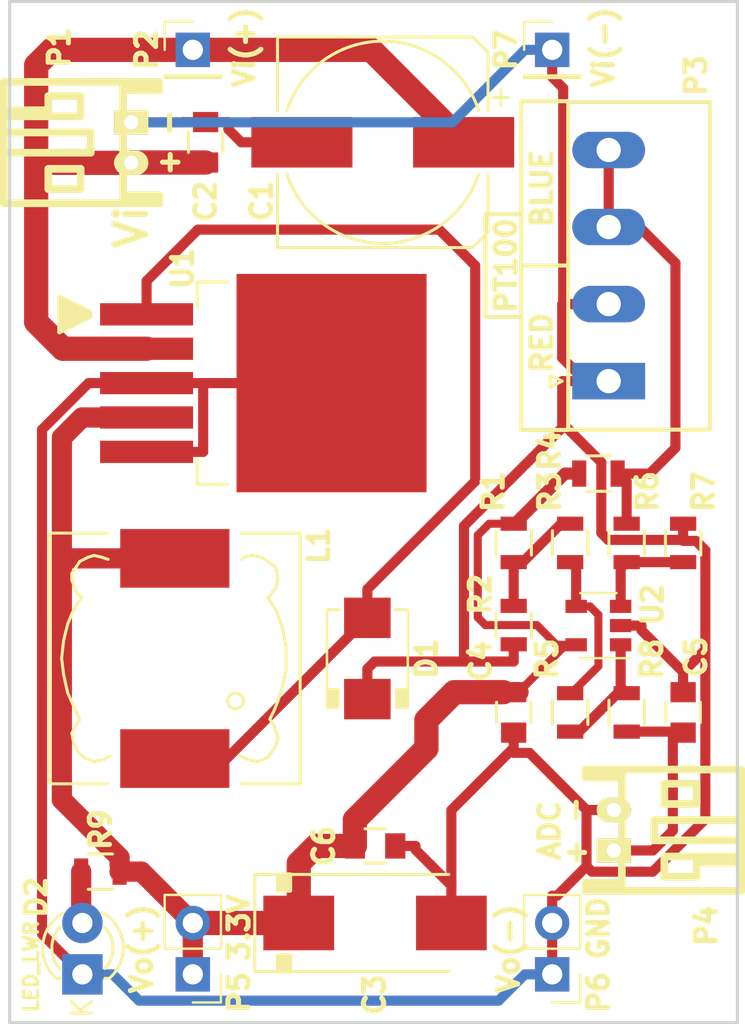
<source format=kicad_pcb>
(kicad_pcb (version 20171130) (host pcbnew "(5.1.12)-1")

  (general
    (thickness 1.6)
    (drawings 53)
    (tracks 182)
    (zones 0)
    (modules 27)
    (nets 12)
  )

  (page A4)
  (layers
    (0 F.Cu signal)
    (31 B.Cu signal)
    (32 B.Adhes user hide)
    (33 F.Adhes user hide)
    (34 B.Paste user)
    (35 F.Paste user)
    (36 B.SilkS user)
    (37 F.SilkS user)
    (38 B.Mask user)
    (39 F.Mask user)
    (40 Dwgs.User user)
    (41 Cmts.User user)
    (42 Eco1.User user)
    (43 Eco2.User user)
    (44 Edge.Cuts user)
    (45 Margin user)
    (46 B.CrtYd user)
    (47 F.CrtYd user)
    (48 B.Fab user)
    (49 F.Fab user)
  )

  (setup
    (last_trace_width 0.5)
    (trace_clearance 0.2)
    (zone_clearance 0.508)
    (zone_45_only no)
    (trace_min 0.254)
    (via_size 1.1)
    (via_drill 0.6)
    (via_min_size 0.4)
    (via_min_drill 0.3)
    (uvia_size 0.3)
    (uvia_drill 0.1)
    (uvias_allowed no)
    (uvia_min_size 0.254)
    (uvia_min_drill 0.1)
    (edge_width 0.15)
    (segment_width 0.2)
    (pcb_text_width 0.3)
    (pcb_text_size 1.5 1.5)
    (mod_edge_width 0.15)
    (mod_text_size 1 1)
    (mod_text_width 0.15)
    (pad_size 1.524 1.524)
    (pad_drill 0.762)
    (pad_to_mask_clearance 0.2)
    (aux_axis_origin 0 0)
    (visible_elements 7FFFFFFF)
    (pcbplotparams
      (layerselection 0x010f0_ffffffff)
      (usegerberextensions true)
      (usegerberattributes true)
      (usegerberadvancedattributes true)
      (creategerberjobfile true)
      (excludeedgelayer true)
      (linewidth 0.100000)
      (plotframeref false)
      (viasonmask false)
      (mode 1)
      (useauxorigin false)
      (hpglpennumber 1)
      (hpglpenspeed 20)
      (hpglpendiameter 15.000000)
      (psnegative false)
      (psa4output false)
      (plotreference true)
      (plotvalue true)
      (plotinvisibletext false)
      (padsonsilk false)
      (subtractmaskfromsilk false)
      (outputformat 1)
      (mirror false)
      (drillshape 0)
      (scaleselection 1)
      (outputdirectory "assets/gerber/"))
  )

  (net 0 "")
  (net 1 GND)
  (net 2 VCC)
  (net 3 +3V3)
  (net 4 /ADC)
  (net 5 "Net-(D1-Pad1)")
  (net 6 "Net-(D2-Pad2)")
  (net 7 /Blue)
  (net 8 "Net-(R1-Pad2)")
  (net 9 "Net-(R3-Pad1)")
  (net 10 "Net-(R5-Pad2)")
  (net 11 "Net-(R6-Pad1)")

  (net_class Default "This is the default net class."
    (clearance 0.2)
    (trace_width 0.5)
    (via_dia 1.1)
    (via_drill 0.6)
    (uvia_dia 0.3)
    (uvia_drill 0.1)
    (add_net +3V3)
    (add_net /ADC)
    (add_net /Blue)
    (add_net GND)
    (add_net "Net-(D1-Pad1)")
    (add_net "Net-(D2-Pad2)")
    (add_net "Net-(R1-Pad2)")
    (add_net "Net-(R3-Pad1)")
    (add_net "Net-(R5-Pad2)")
    (add_net "Net-(R6-Pad1)")
    (add_net VCC)
  )

  (module Capacitors_Tantalum_SMD:Tantalum_Case-D_EIA-7343-31_Hand (layer F.Cu) (tedit 5874F707) (tstamp 5874BC2D)
    (at 108.077 115.57)
    (descr "Tantalum capacitor, Case D, EIA 7343-31, 7.3x4.3x2.8mm, Hand soldering footprint")
    (tags "capacitor tantalum smd")
    (path /5874951B)
    (attr smd)
    (fp_text reference C3 (at -0.0254 3.556 90) (layer F.SilkS)
      (effects (font (size 1 1) (thickness 0.25)))
    )
    (fp_text value 330uF/16V (at 0 3.9) (layer F.Fab) hide
      (effects (font (size 1 1) (thickness 0.15)))
    )
    (fp_line (start -4.8 2.4) (end -4.2 2.4) (layer F.SilkS) (width 0.2))
    (fp_line (start -4.8 1.6) (end -4.8 2.4) (layer F.SilkS) (width 0.2))
    (fp_line (start -4.2 1.6) (end -4.8 1.6) (layer F.SilkS) (width 0.2))
    (fp_line (start -4.2 2.4) (end -4.2 1.6) (layer F.SilkS) (width 0.2))
    (fp_line (start -4.4 2.4) (end -4.2 2.4) (layer F.SilkS) (width 0.2))
    (fp_line (start -4.4 1.6) (end -4.4 2.4) (layer F.SilkS) (width 0.2))
    (fp_line (start -4.6 1.6) (end -4.4 1.6) (layer F.SilkS) (width 0.2))
    (fp_line (start -4.6 2.4) (end -4.6 1.6) (layer F.SilkS) (width 0.2))
    (fp_line (start -4.8 2.4) (end -4.6 2.4) (layer F.SilkS) (width 0.2))
    (fp_line (start -4.8 1.6) (end -4.8 2.4) (layer F.SilkS) (width 0.2))
    (fp_line (start -4.6 -2.4) (end -4.2 -2.4) (layer F.SilkS) (width 0.2))
    (fp_line (start -4.8 -2.4) (end -4.6 -2.4) (layer F.SilkS) (width 0.2))
    (fp_line (start -4.8 -1.6) (end -4.8 -2.4) (layer F.SilkS) (width 0.2))
    (fp_line (start -4.6 -1.6) (end -4.8 -1.6) (layer F.SilkS) (width 0.2))
    (fp_line (start -4.4 -1.6) (end -4.6 -1.6) (layer F.SilkS) (width 0.2))
    (fp_line (start -4.2 -1.6) (end -4.4 -1.6) (layer F.SilkS) (width 0.2))
    (fp_line (start -4.2 -2.4) (end -4.2 -1.6) (layer F.SilkS) (width 0.2))
    (fp_line (start -4.6 -2.4) (end -4.2 -2.4) (layer F.SilkS) (width 0.2))
    (fp_line (start -4.4 -2.4) (end -4.6 -2.4) (layer F.SilkS) (width 0.2))
    (fp_line (start -4.4 -1.6) (end -4.4 -2.4) (layer F.SilkS) (width 0.2))
    (fp_line (start -4.6 -1.6) (end -4.4 -1.6) (layer F.SilkS) (width 0.2))
    (fp_line (start -4.6 -2.4) (end -4.6 -1.6) (layer F.SilkS) (width 0.2))
    (fp_line (start -6.05 -2.5) (end -6.05 2.5) (layer F.CrtYd) (width 0.05))
    (fp_line (start -6.05 2.5) (end 6.05 2.5) (layer F.CrtYd) (width 0.05))
    (fp_line (start 6.05 2.5) (end 6.05 -2.5) (layer F.CrtYd) (width 0.05))
    (fp_line (start 6.05 -2.5) (end -6.05 -2.5) (layer F.CrtYd) (width 0.05))
    (fp_line (start -3.65 -2.15) (end -3.65 2.15) (layer F.Fab) (width 0.15))
    (fp_line (start -3.65 2.15) (end 3.65 2.15) (layer F.Fab) (width 0.15))
    (fp_line (start 3.65 2.15) (end 3.65 -2.15) (layer F.Fab) (width 0.15))
    (fp_line (start 3.65 -2.15) (end -3.65 -2.15) (layer F.Fab) (width 0.15))
    (fp_line (start -2.92 -2.15) (end -2.92 2.15) (layer F.Fab) (width 0.15))
    (fp_line (start -2.555 -2.15) (end -2.555 2.15) (layer F.Fab) (width 0.15))
    (fp_line (start -5.95 -2.4) (end 3.65 -2.4) (layer F.SilkS) (width 0.15))
    (fp_line (start -5.95 2.4) (end 3.65 2.4) (layer F.SilkS) (width 0.15))
    (fp_line (start -5.95 -2.4) (end -5.95 2.4) (layer F.SilkS) (width 0.15))
    (pad 2 smd rect (at 3.775 0) (size 3.5 2.7) (layers F.Cu F.Paste F.Mask)
      (net 1 GND))
    (pad 1 smd rect (at -3.775 0) (size 3.5 2.7) (layers F.Cu F.Paste F.Mask)
      (net 3 +3V3))
    (model ${KIPRJMOD}/lib/c_tant_D.wrl
      (at (xyz 0 0 0))
      (scale (xyz 1 1 1))
      (rotate (xyz 0 0 180))
    )
  )

  (module Capacitors_SMD:c_elec_10x10.5 (layer F.Cu) (tedit 5874F3B9) (tstamp 58749A32)
    (at 108.458 76.962 180)
    (descr "SMT capacitor, aluminium electrolytic, 10x10.5")
    (path /58749519)
    (attr smd)
    (fp_text reference C1 (at 5.9944 -2.8956 270) (layer F.SilkS)
      (effects (font (size 1 1) (thickness 0.25)))
    )
    (fp_text value 470uF/50v (at 0 -6.4643 180) (layer F.Fab) hide
      (effects (font (size 1 1) (thickness 0.15)))
    )
    (fp_line (start -5.207 -4.445) (end -5.207 -1.5621) (layer F.SilkS) (width 0.15))
    (fp_line (start -5.207 4.445) (end -5.207 1.5621) (layer F.SilkS) (width 0.15))
    (fp_line (start 5.207 5.207) (end 5.207 1.5621) (layer F.SilkS) (width 0.15))
    (fp_line (start 5.207 -5.207) (end 5.207 -1.5621) (layer F.SilkS) (width 0.15))
    (fp_line (start 5.0546 5.0546) (end 5.0546 -5.0546) (layer F.Fab) (width 0.15))
    (fp_line (start -4.3815 5.0546) (end 5.0546 5.0546) (layer F.Fab) (width 0.15))
    (fp_line (start -5.0546 4.3815) (end -4.3815 5.0546) (layer F.Fab) (width 0.15))
    (fp_line (start -5.0546 -4.3815) (end -5.0546 4.3815) (layer F.Fab) (width 0.15))
    (fp_line (start -4.3815 -5.0546) (end -5.0546 -4.3815) (layer F.Fab) (width 0.15))
    (fp_line (start 5.0546 -5.0546) (end -4.3815 -5.0546) (layer F.Fab) (width 0.15))
    (fp_line (start 6.35 -5.6) (end -6.35 -5.6) (layer F.CrtYd) (width 0.05))
    (fp_line (start -6.35 -5.6) (end -6.35 5.6) (layer F.CrtYd) (width 0.05))
    (fp_line (start -6.35 5.6) (end 6.35 5.6) (layer F.CrtYd) (width 0.05))
    (fp_line (start 6.35 5.6) (end 6.35 -5.6) (layer F.CrtYd) (width 0.05))
    (fp_line (start 5.207 5.207) (end -4.445 5.207) (layer F.SilkS) (width 0.15))
    (fp_line (start -4.445 5.207) (end -5.207 4.445) (layer F.SilkS) (width 0.15))
    (fp_line (start -5.207 -4.445) (end -4.445 -5.207) (layer F.SilkS) (width 0.15))
    (fp_line (start -4.445 -5.207) (end 5.207 -5.207) (layer F.SilkS) (width 0.15))
    (fp_text user + (at -5.842 2.286 180) (layer F.SilkS)
      (effects (font (size 1 1) (thickness 0.15)))
    )
    (fp_text user + (at -2.9083 -0.0762 180) (layer F.Fab)
      (effects (font (size 1 1) (thickness 0.15)))
    )
    (fp_arc (start 0 0) (end -4.7498 -1.5621) (angle 143.5903069) (layer F.SilkS) (width 0.15))
    (fp_arc (start 0 0) (end 4.7498 1.5621) (angle 143.5903069) (layer F.SilkS) (width 0.15))
    (pad 2 smd rect (at 4 0) (size 5 2.5) (layers F.Cu F.Paste F.Mask)
      (net 1 GND))
    (pad 1 smd rect (at -4 0) (size 5 2.5) (layers F.Cu F.Paste F.Mask)
      (net 2 VCC))
    (model Capacitors_SMD.3dshapes/c_elec_10x10.5.wrl
      (at (xyz 0 0 0))
      (scale (xyz 1 1 1))
      (rotate (xyz 0 0 180))
    )
  )

  (module TO_SOT_Packages_SMD:TO-263-5Lead (layer F.Cu) (tedit 5874F350) (tstamp 58749C61)
    (at 96.774 88.871)
    (descr "D2PAK / TO-263 3-lead smd package")
    (tags "D2PAK D2PAK-3 TO-263AB TO-263")
    (path /58749518)
    (attr smd)
    (fp_text reference U1 (at 1.778 -5.686 90) (layer F.SilkS)
      (effects (font (size 1 1) (thickness 0.25)))
    )
    (fp_text value LM2595S-3.3 (at 14.85 -0.25 90) (layer F.Fab) hide
      (effects (font (size 1 1) (thickness 0.15)))
    )
    (fp_line (start 14.1 5.65) (end -2.55 5.65) (layer F.CrtYd) (width 0.05))
    (fp_line (start 14.1 -5.65) (end 14.1 5.65) (layer F.CrtYd) (width 0.05))
    (fp_line (start 14.1 -5.65) (end -2.55 -5.65) (layer F.CrtYd) (width 0.05))
    (fp_line (start -2.55 -5.65) (end -2.55 5.65) (layer F.CrtYd) (width 0.05))
    (fp_line (start 2.5 5) (end 2.5 3.75) (layer F.SilkS) (width 0.15))
    (fp_line (start 2.5 5) (end 4 5) (layer F.SilkS) (width 0.15))
    (fp_line (start 2.5 -5) (end 4 -5) (layer F.SilkS) (width 0.15))
    (fp_line (start 2.5 -5) (end 2.5 -3.75) (layer F.SilkS) (width 0.15))
    (pad 1 smd rect (at 0 -3.4) (size 4.6 1.1) (layers F.Cu F.Paste F.Mask)
      (net 5 "Net-(D1-Pad1)"))
    (pad 3 smd rect (at 0 0) (size 4.6 1.1) (layers F.Cu F.Paste F.Mask)
      (net 1 GND))
    (pad 3 smd rect (at 9.15 0) (size 9.4 10.8) (layers F.Cu F.Paste F.Mask)
      (net 1 GND))
    (pad 2 smd rect (at 0 -1.7) (size 4.6 1.1) (layers F.Cu F.Paste F.Mask)
      (net 2 VCC))
    (pad 4 smd rect (at 0 1.7) (size 4.6 1.1) (layers F.Cu F.Paste F.Mask)
      (net 3 +3V3))
    (pad 5 smd rect (at 0 3.4) (size 4.6 1.1) (layers F.Cu F.Paste F.Mask)
      (net 1 GND))
    (model TO_SOT_Packages_SMD.3dshapes/TO-263-5Lead.wrl
      (at (xyz 0 0 0))
      (scale (xyz 1 1 1))
      (rotate (xyz 0 0 90))
    )
  )

  (module Choke_SMD:Choke_SMD_12x12mm_h8mm (layer F.Cu) (tedit 5874F20A) (tstamp 58749B30)
    (at 98.171 102.489 90)
    (descr "Choke, SMD, 12x12mm 8mm height")
    (tags "Choke, SMD")
    (path /5874951C)
    (attr smd)
    (fp_text reference L1 (at 5.588 7.112 90) (layer F.SilkS)
      (effects (font (size 1 1) (thickness 0.25)))
    )
    (fp_text value 47uH/RH127-470 (at 0 8.89 90) (layer F.Fab) hide
      (effects (font (size 1 1) (thickness 0.15)))
    )
    (fp_circle (center 0 0) (end 0.89916 0) (layer F.Adhes) (width 0.381))
    (fp_circle (center 0 0) (end 0.55118 0) (layer F.Adhes) (width 0.381))
    (fp_circle (center 0 0) (end 0.14986 0.14986) (layer F.Adhes) (width 0.381))
    (fp_circle (center -2.10058 2.99974) (end -1.80086 3.2512) (layer F.SilkS) (width 0.15))
    (fp_line (start -6.858 -6.604) (end 6.858 -6.604) (layer F.CrtYd) (width 0.05))
    (fp_line (start 6.858 -6.604) (end 6.858 6.604) (layer F.CrtYd) (width 0.05))
    (fp_line (start 6.858 6.604) (end -6.858 6.604) (layer F.CrtYd) (width 0.05))
    (fp_line (start -6.858 6.604) (end -6.858 -6.604) (layer F.CrtYd) (width 0.05))
    (fp_line (start 4.89966 3.29946) (end 5.00126 3.40106) (layer F.SilkS) (width 0.15))
    (fp_line (start 5.00126 3.40106) (end 5.10032 3.79984) (layer F.SilkS) (width 0.15))
    (fp_line (start 5.10032 3.79984) (end 5.00126 4.30022) (layer F.SilkS) (width 0.15))
    (fp_line (start 5.00126 4.30022) (end 4.8006 4.59994) (layer F.SilkS) (width 0.15))
    (fp_line (start 4.8006 4.59994) (end 4.50088 5.00126) (layer F.SilkS) (width 0.15))
    (fp_line (start 4.50088 5.00126) (end 4.0005 5.10032) (layer F.SilkS) (width 0.15))
    (fp_line (start 4.0005 5.10032) (end 3.50012 5.00126) (layer F.SilkS) (width 0.15))
    (fp_line (start 3.50012 5.00126) (end 3.0988 4.699) (layer F.SilkS) (width 0.15))
    (fp_line (start 3.0988 4.699) (end 2.99974 4.59994) (layer F.SilkS) (width 0.15))
    (fp_line (start 2.99974 4.59994) (end 2.4003 5.00126) (layer F.SilkS) (width 0.15))
    (fp_line (start 2.4003 5.00126) (end 1.6002 5.30098) (layer F.SilkS) (width 0.15))
    (fp_line (start 1.6002 5.30098) (end 0.59944 5.4991) (layer F.SilkS) (width 0.15))
    (fp_line (start 0.59944 5.4991) (end -0.59944 5.4991) (layer F.SilkS) (width 0.15))
    (fp_line (start -0.59944 5.4991) (end -1.50114 5.30098) (layer F.SilkS) (width 0.15))
    (fp_line (start -1.50114 5.30098) (end -2.10058 5.10032) (layer F.SilkS) (width 0.15))
    (fp_line (start -2.10058 5.10032) (end -2.60096 4.89966) (layer F.SilkS) (width 0.15))
    (fp_line (start -2.60096 4.89966) (end -2.99974 4.699) (layer F.SilkS) (width 0.15))
    (fp_line (start -2.99974 4.699) (end -3.29946 4.89966) (layer F.SilkS) (width 0.15))
    (fp_line (start -3.29946 4.89966) (end -3.8989 5.10032) (layer F.SilkS) (width 0.15))
    (fp_line (start -3.8989 5.10032) (end -4.30022 5.00126) (layer F.SilkS) (width 0.15))
    (fp_line (start -4.30022 5.00126) (end -4.59994 4.8006) (layer F.SilkS) (width 0.15))
    (fp_line (start -4.59994 4.8006) (end -4.89966 4.59994) (layer F.SilkS) (width 0.15))
    (fp_line (start -4.89966 4.59994) (end -5.10032 4.09956) (layer F.SilkS) (width 0.15))
    (fp_line (start -5.10032 4.09956) (end -5.00126 3.59918) (layer F.SilkS) (width 0.15))
    (fp_line (start -5.00126 3.59918) (end -4.8006 3.2004) (layer F.SilkS) (width 0.15))
    (fp_line (start 4.89966 -3.29946) (end 5.00126 -3.59918) (layer F.SilkS) (width 0.15))
    (fp_line (start 5.00126 -3.59918) (end 5.10032 -4.0005) (layer F.SilkS) (width 0.15))
    (fp_line (start 5.10032 -4.0005) (end 5.00126 -4.30022) (layer F.SilkS) (width 0.15))
    (fp_line (start 5.00126 -4.30022) (end 4.8006 -4.699) (layer F.SilkS) (width 0.15))
    (fp_line (start 4.8006 -4.699) (end 4.50088 -4.89966) (layer F.SilkS) (width 0.15))
    (fp_line (start 4.50088 -4.89966) (end 4.20116 -5.10032) (layer F.SilkS) (width 0.15))
    (fp_line (start 4.20116 -5.10032) (end 3.8989 -5.10032) (layer F.SilkS) (width 0.15))
    (fp_line (start 3.8989 -5.10032) (end 3.59918 -5.00126) (layer F.SilkS) (width 0.15))
    (fp_line (start 3.59918 -5.00126) (end 3.29946 -4.89966) (layer F.SilkS) (width 0.15))
    (fp_line (start 3.29946 -4.89966) (end 2.99974 -4.59994) (layer F.SilkS) (width 0.15))
    (fp_line (start 2.99974 -4.59994) (end 2.60096 -4.89966) (layer F.SilkS) (width 0.15))
    (fp_line (start 2.60096 -4.89966) (end 2.19964 -5.10032) (layer F.SilkS) (width 0.15))
    (fp_line (start 2.19964 -5.10032) (end 1.69926 -5.30098) (layer F.SilkS) (width 0.15))
    (fp_line (start 1.69926 -5.30098) (end 0.89916 -5.4991) (layer F.SilkS) (width 0.15))
    (fp_line (start 0.89916 -5.4991) (end 0 -5.6007) (layer F.SilkS) (width 0.15))
    (fp_line (start 0 -5.6007) (end -0.8001 -5.4991) (layer F.SilkS) (width 0.15))
    (fp_line (start -0.8001 -5.4991) (end -1.69926 -5.30098) (layer F.SilkS) (width 0.15))
    (fp_line (start -1.69926 -5.30098) (end -2.60096 -4.89966) (layer F.SilkS) (width 0.15))
    (fp_line (start -2.60096 -4.89966) (end -2.99974 -4.699) (layer F.SilkS) (width 0.15))
    (fp_line (start -2.99974 -4.699) (end -3.29946 -4.89966) (layer F.SilkS) (width 0.15))
    (fp_line (start -3.29946 -4.89966) (end -3.70078 -5.10032) (layer F.SilkS) (width 0.15))
    (fp_line (start -3.70078 -5.10032) (end -4.20116 -5.00126) (layer F.SilkS) (width 0.15))
    (fp_line (start -4.20116 -5.00126) (end -4.59994 -4.8006) (layer F.SilkS) (width 0.15))
    (fp_line (start -4.59994 -4.8006) (end -4.89966 -4.50088) (layer F.SilkS) (width 0.15))
    (fp_line (start -4.89966 -4.50088) (end -5.10032 -4.0005) (layer F.SilkS) (width 0.15))
    (fp_line (start -5.10032 -4.0005) (end -5.00126 -3.50012) (layer F.SilkS) (width 0.15))
    (fp_line (start -5.00126 -3.50012) (end -4.8006 -3.2004) (layer F.SilkS) (width 0.15))
    (fp_line (start -6.20014 3.29946) (end -6.20014 6.20014) (layer F.SilkS) (width 0.15))
    (fp_line (start -6.20014 6.20014) (end 6.20014 6.20014) (layer F.SilkS) (width 0.15))
    (fp_line (start 6.20014 6.20014) (end 6.20014 3.29946) (layer F.SilkS) (width 0.15))
    (fp_line (start 6.20014 -6.20014) (end -6.20014 -6.20014) (layer F.SilkS) (width 0.15))
    (fp_line (start -6.20014 -6.20014) (end -6.20014 -3.29946) (layer F.SilkS) (width 0.15))
    (fp_line (start 6.20014 -6.20014) (end 6.20014 -3.29946) (layer F.SilkS) (width 0.15))
    (pad 2 smd rect (at 4.95046 0 90) (size 2.90068 5.40004) (layers F.Cu F.Paste F.Mask)
      (net 3 +3V3))
    (pad 1 smd rect (at -4.95046 0 90) (size 2.90068 5.40004) (layers F.Cu F.Paste F.Mask)
      (net 5 "Net-(D1-Pad1)"))
    (model Choke_SMD.3dshapes/Choke_SMD_12x12mm_h8mm.wrl
      (at (xyz 0 0 0))
      (scale (xyz 4 4 4))
      (rotate (xyz 0 0 0))
    )
  )

  (module lib:Domino-PT100.pretty (layer F.Cu) (tedit 5874F5FD) (tstamp 58749B66)
    (at 119.634 88.773 90)
    (descr "Generic Phoenix Contact connector footprint for series: MC-GF; number of pins: 04; pin pitch: 3.81mm; Angled; threaded flange || order number: 1827884 8A 160V")
    (tags "phoenix_contact connector MC_01x04_GF_3.81mm")
    (path /58749517)
    (fp_text reference P3 (at 15.113 4.318 90) (layer F.SilkS)
      (effects (font (size 1 1) (thickness 0.25)))
    )
    (fp_text value PT100 (at 5.715 9.5 90) (layer F.Fab) hide
      (effects (font (size 1 1) (thickness 0.15)))
    )
    (fp_line (start -2.4 5) (end -2.2 5) (layer F.SilkS) (width 0.2))
    (fp_line (start -2.4 4) (end -2.4 5) (layer F.SilkS) (width 0.2))
    (fp_line (start 13.8 4) (end 13.8 5) (layer F.SilkS) (width 0.2))
    (fp_line (start -2.4 -2) (end -2.2 -2) (layer F.SilkS) (width 0.2))
    (fp_line (start -2.4 -2) (end -2.4 4) (layer F.SilkS) (width 0.2))
    (fp_line (start 13.8 -2) (end 13.8 4) (layer F.SilkS) (width 0.2))
    (fp_line (start 13.8 -2) (end -2.3 -2) (layer F.SilkS) (width 0.2))
    (fp_line (start -2.3 5) (end 13.8 5) (layer F.SilkS) (width 0.2))
    (fp_line (start 0 -2.3) (end 0.3 -2.9) (layer F.SilkS) (width 0.15))
    (fp_line (start 0.3 -2.9) (end -0.3 -2.9) (layer F.SilkS) (width 0.15))
    (fp_line (start -0.3 -2.9) (end 0 -2.3) (layer F.SilkS) (width 0.15))
    (pad 4 thru_hole oval (at 11.43 0 90) (size 1.8 3.6) (drill 1.2) (layers *.Cu *.Mask)
      (net 7 /Blue))
    (pad 3 thru_hole oval (at 7.62 0 90) (size 1.8 3.6) (drill 1.2) (layers *.Cu *.Mask)
      (net 7 /Blue))
    (pad 2 thru_hole oval (at 3.81 0 90) (size 1.8 3.6) (drill 1.2) (layers *.Cu *.Mask)
      (net 1 GND))
    (pad 1 thru_hole rect (at 0 0 90) (size 1.8 3.6) (drill 1.2) (layers *.Cu *.Mask)
      (net 1 GND))
    (model /home/trinhduc/Desktop/kicadlibrary/walter/conn_screw/mstba_2,5-4-g-5,08.wrl
      (offset (xyz 5.699999914394591 0 0))
      (scale (xyz 0.75 0.75 0.75))
      (rotate (xyz 0 0 180))
    )
  )

  (module Capacitors_SMD:C_0805 (layer F.Cu) (tedit 5874F39E) (tstamp 58749A42)
    (at 99.695 76.962 90)
    (descr "Capacitor SMD 0805, reflow soldering, AVX (see smccp.pdf)")
    (tags "capacitor 0805")
    (path /58749525)
    (attr smd)
    (fp_text reference C2 (at -2.921 0 90) (layer F.SilkS)
      (effects (font (size 1 1) (thickness 0.25)))
    )
    (fp_text value 10uF/16v (at 0 2.1 180) (layer F.Fab) hide
      (effects (font (size 1 1) (thickness 0.15)))
    )
    (fp_line (start -0.5 0.85) (end 0.5 0.85) (layer F.SilkS) (width 0.15))
    (fp_line (start 0.5 -0.85) (end -0.5 -0.85) (layer F.SilkS) (width 0.15))
    (fp_line (start 1.8 -1) (end 1.8 1) (layer F.CrtYd) (width 0.05))
    (fp_line (start -1.8 -1) (end -1.8 1) (layer F.CrtYd) (width 0.05))
    (fp_line (start -1.8 1) (end 1.8 1) (layer F.CrtYd) (width 0.05))
    (fp_line (start -1.8 -1) (end 1.8 -1) (layer F.CrtYd) (width 0.05))
    (fp_line (start -1 -0.625) (end 1 -0.625) (layer F.Fab) (width 0.15))
    (fp_line (start 1 -0.625) (end 1 0.625) (layer F.Fab) (width 0.15))
    (fp_line (start 1 0.625) (end -1 0.625) (layer F.Fab) (width 0.15))
    (fp_line (start -1 0.625) (end -1 -0.625) (layer F.Fab) (width 0.15))
    (pad 1 smd rect (at -1 0 90) (size 1 1.25) (layers F.Cu F.Paste F.Mask)
      (net 2 VCC))
    (pad 2 smd rect (at 1 0 90) (size 1 1.25) (layers F.Cu F.Paste F.Mask)
      (net 1 GND))
    (model Capacitors_SMD.3dshapes/C_0805.wrl
      (at (xyz 0 0 0))
      (scale (xyz 1 1 1))
      (rotate (xyz 0 0 0))
    )
  )

  (module Capacitors_SMD:C_0805 (layer F.Cu) (tedit 5874F485) (tstamp 58749A6E)
    (at 114.935 105.156 270)
    (descr "Capacitor SMD 0805, reflow soldering, AVX (see smccp.pdf)")
    (tags "capacitor 0805")
    (path /58749510)
    (attr smd)
    (fp_text reference C4 (at -2.54 1.651 270) (layer F.SilkS)
      (effects (font (size 1 1) (thickness 0.25)))
    )
    (fp_text value 10uF (at 0 2.1 270) (layer F.Fab) hide
      (effects (font (size 1 1) (thickness 0.15)))
    )
    (fp_line (start -0.5 0.85) (end 0.5 0.85) (layer F.SilkS) (width 0.15))
    (fp_line (start 0.5 -0.85) (end -0.5 -0.85) (layer F.SilkS) (width 0.15))
    (fp_line (start 1.8 -1) (end 1.8 1) (layer F.CrtYd) (width 0.05))
    (fp_line (start -1.8 -1) (end -1.8 1) (layer F.CrtYd) (width 0.05))
    (fp_line (start -1.8 1) (end 1.8 1) (layer F.CrtYd) (width 0.05))
    (fp_line (start -1.8 -1) (end 1.8 -1) (layer F.CrtYd) (width 0.05))
    (fp_line (start -1 -0.625) (end 1 -0.625) (layer F.Fab) (width 0.15))
    (fp_line (start 1 -0.625) (end 1 0.625) (layer F.Fab) (width 0.15))
    (fp_line (start 1 0.625) (end -1 0.625) (layer F.Fab) (width 0.15))
    (fp_line (start -1 0.625) (end -1 -0.625) (layer F.Fab) (width 0.15))
    (pad 1 smd rect (at -1 0 270) (size 1 1.25) (layers F.Cu F.Paste F.Mask)
      (net 3 +3V3))
    (pad 2 smd rect (at 1 0 270) (size 1 1.25) (layers F.Cu F.Paste F.Mask)
      (net 1 GND))
    (model Capacitors_SMD.3dshapes/C_0805.wrl
      (at (xyz 0 0 0))
      (scale (xyz 1 1 1))
      (rotate (xyz 0 0 0))
    )
  )

  (module Capacitors_SMD:C_0805 (layer F.Cu) (tedit 5874F479) (tstamp 58749A7E)
    (at 123.317 105.156 90)
    (descr "Capacitor SMD 0805, reflow soldering, AVX (see smccp.pdf)")
    (tags "capacitor 0805")
    (path /5874950A)
    (attr smd)
    (fp_text reference C5 (at 2.7432 0.635 90) (layer F.SilkS)
      (effects (font (size 1 1) (thickness 0.25)))
    )
    (fp_text value 10uF (at 0 2.1 90) (layer F.Fab) hide
      (effects (font (size 1 1) (thickness 0.15)))
    )
    (fp_line (start -1 0.625) (end -1 -0.625) (layer F.Fab) (width 0.15))
    (fp_line (start 1 0.625) (end -1 0.625) (layer F.Fab) (width 0.15))
    (fp_line (start 1 -0.625) (end 1 0.625) (layer F.Fab) (width 0.15))
    (fp_line (start -1 -0.625) (end 1 -0.625) (layer F.Fab) (width 0.15))
    (fp_line (start -1.8 -1) (end 1.8 -1) (layer F.CrtYd) (width 0.05))
    (fp_line (start -1.8 1) (end 1.8 1) (layer F.CrtYd) (width 0.05))
    (fp_line (start -1.8 -1) (end -1.8 1) (layer F.CrtYd) (width 0.05))
    (fp_line (start 1.8 -1) (end 1.8 1) (layer F.CrtYd) (width 0.05))
    (fp_line (start 0.5 -0.85) (end -0.5 -0.85) (layer F.SilkS) (width 0.15))
    (fp_line (start -0.5 0.85) (end 0.5 0.85) (layer F.SilkS) (width 0.15))
    (pad 2 smd rect (at 1 0 90) (size 1 1.25) (layers F.Cu F.Paste F.Mask)
      (net 1 GND))
    (pad 1 smd rect (at -1 0 90) (size 1 1.25) (layers F.Cu F.Paste F.Mask)
      (net 4 /ADC))
    (model Capacitors_SMD.3dshapes/C_0805.wrl
      (at (xyz 0 0 0))
      (scale (xyz 1 1 1))
      (rotate (xyz 0 0 0))
    )
  )

  (module Capacitors_SMD:C_0805 (layer F.Cu) (tedit 5874F32B) (tstamp 58749A8E)
    (at 108.077 111.76)
    (descr "Capacitor SMD 0805, reflow soldering, AVX (see smccp.pdf)")
    (tags "capacitor 0805")
    (path /5874951E)
    (attr smd)
    (fp_text reference C6 (at -2.54 0 90) (layer F.SilkS)
      (effects (font (size 1 1) (thickness 0.25)))
    )
    (fp_text value 10uF/16v (at 0 2.1) (layer F.Fab) hide
      (effects (font (size 1 1) (thickness 0.15)))
    )
    (fp_line (start -1 0.625) (end -1 -0.625) (layer F.Fab) (width 0.15))
    (fp_line (start 1 0.625) (end -1 0.625) (layer F.Fab) (width 0.15))
    (fp_line (start 1 -0.625) (end 1 0.625) (layer F.Fab) (width 0.15))
    (fp_line (start -1 -0.625) (end 1 -0.625) (layer F.Fab) (width 0.15))
    (fp_line (start -1.8 -1) (end 1.8 -1) (layer F.CrtYd) (width 0.05))
    (fp_line (start -1.8 1) (end 1.8 1) (layer F.CrtYd) (width 0.05))
    (fp_line (start -1.8 -1) (end -1.8 1) (layer F.CrtYd) (width 0.05))
    (fp_line (start 1.8 -1) (end 1.8 1) (layer F.CrtYd) (width 0.05))
    (fp_line (start 0.5 -0.85) (end -0.5 -0.85) (layer F.SilkS) (width 0.15))
    (fp_line (start -0.5 0.85) (end 0.5 0.85) (layer F.SilkS) (width 0.15))
    (pad 2 smd rect (at 1 0) (size 1 1.25) (layers F.Cu F.Paste F.Mask)
      (net 1 GND))
    (pad 1 smd rect (at -1 0) (size 1 1.25) (layers F.Cu F.Paste F.Mask)
      (net 3 +3V3))
    (model Capacitors_SMD.3dshapes/C_0805.wrl
      (at (xyz 0 0 0))
      (scale (xyz 1 1 1))
      (rotate (xyz 0 0 0))
    )
  )

  (module lib:do214aa-g (layer F.Cu) (tedit 5874F1FF) (tstamp 58749AD7)
    (at 107.696 102.489 270)
    (descr DO214AA)
    (path /5874951A)
    (fp_text reference D1 (at 0 -2.921 270) (layer F.SilkS)
      (effects (font (size 1 1) (thickness 0.25)))
    )
    (fp_text value SS34 (at 0 2.49936 270) (layer F.SilkS) hide
      (effects (font (size 0.50038 0.50038) (thickness 0.11938)))
    )
    (fp_line (start -2.3876 1.3716) (end -2.3876 1.9812) (layer F.SilkS) (width 0.1))
    (fp_line (start -2.4384 1.3716) (end -2.3876 1.3716) (layer F.SilkS) (width 0.1))
    (fp_line (start -2.4384 1.9812) (end -2.4384 1.3716) (layer F.SilkS) (width 0.1))
    (fp_line (start -2.3876 -1.3716) (end -2.3876 -1.9812) (layer F.SilkS) (width 0.1))
    (fp_line (start -2.4384 -1.3716) (end -2.3876 -1.3716) (layer F.SilkS) (width 0.1))
    (fp_line (start -2.4384 -1.9812) (end -2.4384 -1.3716) (layer F.SilkS) (width 0.1))
    (fp_line (start 2.4384 1.4224) (end 1.524 1.4224) (layer F.SilkS) (width 0.1))
    (fp_line (start 2.4384 1.4732) (end 2.4384 1.4224) (layer F.SilkS) (width 0.1))
    (fp_line (start 1.524 1.4732) (end 2.4384 1.4732) (layer F.SilkS) (width 0.1))
    (fp_line (start 1.524 1.524) (end 1.524 1.4732) (layer F.SilkS) (width 0.1))
    (fp_line (start 2.4384 1.524) (end 1.524 1.524) (layer F.SilkS) (width 0.1))
    (fp_line (start 2.4384 1.5748) (end 2.4384 1.524) (layer F.SilkS) (width 0.1))
    (fp_line (start 1.524 1.5748) (end 2.4384 1.5748) (layer F.SilkS) (width 0.1))
    (fp_line (start 1.524 1.6256) (end 1.524 1.5748) (layer F.SilkS) (width 0.1))
    (fp_line (start 2.4384 1.6256) (end 1.524 1.6256) (layer F.SilkS) (width 0.1))
    (fp_line (start 2.4384 1.6764) (end 2.4384 1.6256) (layer F.SilkS) (width 0.1))
    (fp_line (start 1.524 1.6764) (end 2.4384 1.6764) (layer F.SilkS) (width 0.1))
    (fp_line (start 1.524 1.7272) (end 1.524 1.6764) (layer F.SilkS) (width 0.1))
    (fp_line (start 2.4384 1.7272) (end 1.524 1.7272) (layer F.SilkS) (width 0.1))
    (fp_line (start 2.4384 1.778) (end 2.4384 1.7272) (layer F.SilkS) (width 0.1))
    (fp_line (start 1.524 1.778) (end 2.4384 1.778) (layer F.SilkS) (width 0.1))
    (fp_line (start 1.524 1.8288) (end 1.524 1.778) (layer F.SilkS) (width 0.1))
    (fp_line (start 2.4384 1.8288) (end 1.524 1.8288) (layer F.SilkS) (width 0.1))
    (fp_line (start 2.4384 1.8796) (end 2.4384 1.8288) (layer F.SilkS) (width 0.1))
    (fp_line (start 1.524 1.8796) (end 2.4384 1.8796) (layer F.SilkS) (width 0.1))
    (fp_line (start 1.524 1.9304) (end 1.524 1.8796) (layer F.SilkS) (width 0.1))
    (fp_line (start 2.4384 1.9304) (end 1.524 1.9304) (layer F.SilkS) (width 0.1))
    (fp_line (start 2.4384 1.8796) (end 2.4384 1.9304) (layer F.SilkS) (width 0.1))
    (fp_line (start 2.4384 1.9812) (end 2.4384 1.8796) (layer F.SilkS) (width 0.1))
    (fp_line (start 2.4384 -1.4224) (end 1.524 -1.4224) (layer F.SilkS) (width 0.1))
    (fp_line (start 1.5748 -1.4732) (end 2.4384 -1.4732) (layer F.SilkS) (width 0.1))
    (fp_line (start 2.1844 -1.4732) (end 1.5748 -1.4732) (layer F.SilkS) (width 0.1))
    (fp_line (start 2.1844 -1.524) (end 2.1844 -1.4732) (layer F.SilkS) (width 0.1))
    (fp_line (start 1.524 -1.524) (end 2.1844 -1.524) (layer F.SilkS) (width 0.1))
    (fp_line (start 1.524 -1.6764) (end 1.524 -1.524) (layer F.SilkS) (width 0.1))
    (fp_line (start 1.524 -1.4224) (end 1.524 -1.6764) (layer F.SilkS) (width 0.1))
    (fp_line (start 2.2352 -1.4224) (end 1.524 -1.4224) (layer F.SilkS) (width 0.1))
    (fp_line (start 2.2352 -1.6256) (end 2.2352 -1.4224) (layer F.SilkS) (width 0.1))
    (fp_line (start 2.1844 -1.6256) (end 2.2352 -1.6256) (layer F.SilkS) (width 0.1))
    (fp_line (start 1.524 -1.6256) (end 2.1844 -1.6256) (layer F.SilkS) (width 0.1))
    (fp_line (start 1.524 -1.5748) (end 1.524 -1.6256) (layer F.SilkS) (width 0.1))
    (fp_line (start 2.2352 -1.5748) (end 1.524 -1.5748) (layer F.SilkS) (width 0.1))
    (fp_line (start 2.2352 -1.6764) (end 2.2352 -1.5748) (layer F.SilkS) (width 0.1))
    (fp_line (start 1.524 -1.6764) (end 2.2352 -1.6764) (layer F.SilkS) (width 0.1))
    (fp_line (start 1.524 -1.778) (end 1.524 -1.6764) (layer F.SilkS) (width 0.1))
    (fp_line (start 1.6256 -1.778) (end 1.524 -1.778) (layer F.SilkS) (width 0.1))
    (fp_line (start 2.2352 -1.778) (end 1.6256 -1.778) (layer F.SilkS) (width 0.1))
    (fp_line (start 2.2352 -1.7272) (end 2.2352 -1.778) (layer F.SilkS) (width 0.1))
    (fp_line (start 1.524 -1.7272) (end 2.2352 -1.7272) (layer F.SilkS) (width 0.1))
    (fp_line (start 1.524 -1.8796) (end 1.524 -1.7272) (layer F.SilkS) (width 0.1))
    (fp_line (start 1.5748 -1.8796) (end 1.524 -1.8796) (layer F.SilkS) (width 0.1))
    (fp_line (start 2.2352 -1.8796) (end 1.5748 -1.8796) (layer F.SilkS) (width 0.1))
    (fp_line (start 2.2352 -1.8288) (end 2.2352 -1.8796) (layer F.SilkS) (width 0.1))
    (fp_line (start 1.524 -1.8288) (end 2.2352 -1.8288) (layer F.SilkS) (width 0.1))
    (fp_line (start 1.524 -1.9304) (end 1.524 -1.8288) (layer F.SilkS) (width 0.1))
    (fp_line (start 2.3368 -1.9304) (end 1.524 -1.9304) (layer F.SilkS) (width 0.1))
    (fp_line (start 2.3368 -1.4224) (end 2.3368 -1.9304) (layer F.SilkS) (width 0.1))
    (fp_line (start 2.286 -1.4224) (end 2.3368 -1.4224) (layer F.SilkS) (width 0.1))
    (fp_line (start 2.286 -1.9812) (end 2.286 -1.4224) (layer F.SilkS) (width 0.1))
    (fp_line (start 2.3876 -1.9812) (end 2.286 -1.9812) (layer F.SilkS) (width 0.1))
    (fp_line (start 2.3876 -1.4224) (end 2.3876 -1.9812) (layer F.SilkS) (width 0.1))
    (fp_line (start 2.4384 -1.4224) (end 2.3876 -1.4224) (layer F.SilkS) (width 0.1))
    (fp_line (start 2.3876 -1.9812) (end 2.4384 -1.4224) (layer F.SilkS) (width 0.1))
    (fp_line (start 2.4384 -1.9812) (end 2.4384 -1.4224) (layer F.SilkS) (width 0.1))
    (fp_line (start 2.40538 -1.9939) (end 2.4003 -2.0066) (layer F.SilkS) (width 0.1))
    (fp_line (start -2.4003 -1.99898) (end 2.4003 -1.99898) (layer F.SilkS) (width 0.127))
    (fp_line (start 2.4003 1.99898) (end -2.4003 1.99898) (layer F.SilkS) (width 0.127))
    (pad 2 smd rect (at 2.00914 0 270) (size 1.99898 2.30124) (layers F.Cu F.Paste F.Mask)
      (net 1 GND))
    (pad 1 smd rect (at -2.00914 0 270) (size 1.99898 2.30124) (layers F.Cu F.Paste F.Mask)
      (net 5 "Net-(D1-Pad1)"))
    (model ${KIPRJMOD}/lib/do214aa.wrl
      (at (xyz 0 0 0))
      (scale (xyz 1 1 1))
      (rotate (xyz 0 0 0))
    )
  )

  (module LEDs:LED-3MM (layer F.Cu) (tedit 5874F32F) (tstamp 58749AE8)
    (at 93.599 118.11 90)
    (descr "LED 3mm round vertical")
    (tags "LED  3mm round vertical")
    (path /58749526)
    (fp_text reference D2 (at 3.81 -2.286 270) (layer F.SilkS)
      (effects (font (size 1 1) (thickness 0.25)))
    )
    (fp_text value LED_Small (at 1.3 -2.9 90) (layer F.Fab) hide
      (effects (font (size 1 1) (thickness 0.15)))
    )
    (fp_line (start -1.2 2.3) (end 3.8 2.3) (layer F.CrtYd) (width 0.05))
    (fp_line (start 3.8 2.3) (end 3.8 -2.2) (layer F.CrtYd) (width 0.05))
    (fp_line (start 3.8 -2.2) (end -1.2 -2.2) (layer F.CrtYd) (width 0.05))
    (fp_line (start -1.2 -2.2) (end -1.2 2.3) (layer F.CrtYd) (width 0.05))
    (fp_line (start -0.199 1.314) (end -0.199 1.114) (layer F.SilkS) (width 0.15))
    (fp_line (start -0.199 -1.28) (end -0.199 -1.1) (layer F.SilkS) (width 0.15))
    (fp_text user K (at -1.651 0 90) (layer F.SilkS)
      (effects (font (size 1 1) (thickness 0.15)))
    )
    (fp_arc (start 1.301 0.034) (end 2.335 1.094) (angle 87.5) (layer F.SilkS) (width 0.15))
    (fp_arc (start 1.311 0.034) (end 3.051 0.994) (angle 110) (layer F.SilkS) (width 0.15))
    (fp_arc (start 1.301 0.034) (end 0.25 -1.1) (angle 85.7) (layer F.SilkS) (width 0.15))
    (fp_arc (start 1.301 0.034) (end -0.199 -1.286) (angle 108.5) (layer F.SilkS) (width 0.15))
    (pad 2 thru_hole circle (at 2.54 0 90) (size 2 2) (drill 1.00076) (layers *.Cu *.Mask)
      (net 6 "Net-(D2-Pad2)"))
    (pad 1 thru_hole rect (at 0 0 180) (size 2 2) (drill 1.00076) (layers *.Cu *.Mask)
      (net 1 GND))
    (model LEDs.3dshapes/LED-3MM.wrl
      (offset (xyz 1.269999980926514 0 0))
      (scale (xyz 1 1 1))
      (rotate (xyz 0 0 90))
    )
  )

  (module Pin_Headers:Pin_Header_Straight_1x01_Pitch2.54mm (layer F.Cu) (tedit 5874F3A3) (tstamp 58749B57)
    (at 99.06 72.39)
    (descr "Through hole straight pin header, 1x01, 2.54mm pitch, single row")
    (tags "Through hole pin header THT 1x01 2.54mm single row")
    (path /58749F20)
    (fp_text reference P2 (at -2.286 0 90) (layer F.SilkS)
      (effects (font (size 1 1) (thickness 0.25)))
    )
    (fp_text value "Vin(+)" (at 0 2.39) (layer F.Fab) hide
      (effects (font (size 1 1) (thickness 0.15)))
    )
    (fp_line (start 1.6 -1.6) (end -1.6 -1.6) (layer F.CrtYd) (width 0.05))
    (fp_line (start 1.6 1.6) (end 1.6 -1.6) (layer F.CrtYd) (width 0.05))
    (fp_line (start -1.6 1.6) (end 1.6 1.6) (layer F.CrtYd) (width 0.05))
    (fp_line (start -1.6 -1.6) (end -1.6 1.6) (layer F.CrtYd) (width 0.05))
    (fp_line (start -1.39 -1.39) (end 0 -1.39) (layer F.SilkS) (width 0.12))
    (fp_line (start -1.39 0) (end -1.39 -1.39) (layer F.SilkS) (width 0.12))
    (fp_line (start 1.39 1.27) (end -1.39 1.27) (layer F.SilkS) (width 0.12))
    (fp_line (start 1.39 1.39) (end 1.39 1.27) (layer F.SilkS) (width 0.12))
    (fp_line (start -1.39 1.39) (end 1.39 1.39) (layer F.SilkS) (width 0.12))
    (fp_line (start -1.39 1.27) (end -1.39 1.39) (layer F.SilkS) (width 0.12))
    (fp_line (start 1.27 -1.27) (end -1.27 -1.27) (layer F.Fab) (width 0.1))
    (fp_line (start 1.27 1.27) (end 1.27 -1.27) (layer F.Fab) (width 0.1))
    (fp_line (start -1.27 1.27) (end 1.27 1.27) (layer F.Fab) (width 0.1))
    (fp_line (start -1.27 -1.27) (end -1.27 1.27) (layer F.Fab) (width 0.1))
    (pad 1 thru_hole rect (at 0 0) (size 1.7 1.7) (drill 1) (layers *.Cu *.Mask)
      (net 2 VCC))
    (model Pin_Headers.3dshapes/Pin_Header_Straight_1x01_Pitch2.54mm.wrl
      (at (xyz 0 0 0))
      (scale (xyz 1 1 1))
      (rotate (xyz 0 0 90))
    )
  )

  (module lib:s2b-ph-kl (layer F.Cu) (tedit 5874F766) (tstamp 58749B84)
    (at 119.888 110.983 90)
    (descr "JST PH series connector, S2B-PH-KL")
    (path /58749515)
    (fp_text reference P4 (at -4.71424 4.572 90) (layer F.SilkS)
      (effects (font (size 1 1) (thickness 0.25)))
    )
    (fp_text value ADC (at -0.01524 -3.175 90) (layer F.SilkS)
      (effects (font (size 1 1) (thickness 0.25)))
    )
    (fp_line (start -2.99974 -1.39954) (end -2.99974 6.2992) (layer F.SilkS) (width 0.381))
    (fp_line (start -2.60096 -1.39954) (end -2.99974 -1.39954) (layer F.SilkS) (width 0.381))
    (fp_line (start -2.60096 0.39878) (end -2.60096 -1.39954) (layer F.SilkS) (width 0.381))
    (fp_line (start 2.60096 -1.39954) (end 2.60096 0.39878) (layer F.SilkS) (width 0.381))
    (fp_line (start 2.99974 -1.39954) (end 2.60096 -1.39954) (layer F.SilkS) (width 0.381))
    (fp_line (start 2.99974 6.2992) (end 2.99974 -1.39954) (layer F.SilkS) (width 0.381))
    (fp_line (start -2.99974 6.2992) (end 2.99974 6.2992) (layer F.SilkS) (width 0.381))
    (fp_line (start -2.79908 -1.39954) (end -2.79908 0.39878) (layer F.SilkS) (width 0.381))
    (fp_line (start 2.79908 -1.39954) (end 2.79908 0.39878) (layer F.SilkS) (width 0.381))
    (fp_line (start 2.99974 0.39878) (end -2.99974 0.39878) (layer F.SilkS) (width 0.381))
    (fp_line (start -2.30124 4.09956) (end -2.30124 2.49936) (layer F.SilkS) (width 0.381))
    (fp_line (start -1.30048 4.09956) (end -2.30124 4.09956) (layer F.SilkS) (width 0.381))
    (fp_line (start -1.30048 2.49936) (end -1.30048 4.09956) (layer F.SilkS) (width 0.381))
    (fp_line (start -2.30124 2.49936) (end -1.30048 2.49936) (layer F.SilkS) (width 0.381))
    (fp_line (start 1.29794 2.49936) (end 2.2987 2.49936) (layer F.SilkS) (width 0.381))
    (fp_line (start 2.2987 2.49936) (end 2.2987 4.09956) (layer F.SilkS) (width 0.381))
    (fp_line (start 2.2987 4.09956) (end 1.29794 4.09956) (layer F.SilkS) (width 0.381))
    (fp_line (start 1.29794 4.09956) (end 1.29794 2.49936) (layer F.SilkS) (width 0.381))
    (fp_line (start 0.50038 1.99898) (end -0.50038 1.99898) (layer F.SilkS) (width 0.381))
    (fp_line (start -0.50038 1.99898) (end -0.50038 6.2992) (layer F.SilkS) (width 0.381))
    (fp_line (start 0.50038 1.99898) (end 0.50038 6.2992) (layer F.SilkS) (width 0.381))
    (fp_line (start -1.6002 6.2992) (end -1.6002 4.09956) (layer F.SilkS) (width 0.381))
    (fp_line (start -1.30048 6.2992) (end -1.6002 6.2992) (layer F.SilkS) (width 0.381))
    (fp_line (start -1.30048 4.09956) (end -1.30048 6.2992) (layer F.SilkS) (width 0.381))
    (pad 1 thru_hole rect (at -1.00076 0 90) (size 1.19888 1.69926) (drill 0.70104) (layers *.Cu *.Mask F.SilkS)
      (net 4 /ADC))
    (pad 2 thru_hole oval (at 1.00076 0 90) (size 1.19888 1.69926) (drill 0.70104) (layers *.Cu *.Mask F.SilkS)
      (net 1 GND))
    (model ${KIPRJMOD}/lib/s2b-ph-kl.wrl
      (at (xyz 0 0 0))
      (scale (xyz 1 1 1))
      (rotate (xyz 0 0 0))
    )
  )

  (module Pin_Headers:Pin_Header_Straight_1x01_Pitch2.54mm (layer F.Cu) (tedit 5874F3D3) (tstamp 58749BBF)
    (at 116.84 72.39)
    (descr "Through hole straight pin header, 1x01, 2.54mm pitch, single row")
    (tags "Through hole pin header THT 1x01 2.54mm single row")
    (path /5874A02C)
    (fp_text reference P7 (at -2.286 0 90) (layer F.SilkS)
      (effects (font (size 1 1) (thickness 0.25)))
    )
    (fp_text value "Vin(-)" (at 0 2.39) (layer F.Fab) hide
      (effects (font (size 1 1) (thickness 0.15)))
    )
    (fp_line (start -1.27 -1.27) (end -1.27 1.27) (layer F.Fab) (width 0.1))
    (fp_line (start -1.27 1.27) (end 1.27 1.27) (layer F.Fab) (width 0.1))
    (fp_line (start 1.27 1.27) (end 1.27 -1.27) (layer F.Fab) (width 0.1))
    (fp_line (start 1.27 -1.27) (end -1.27 -1.27) (layer F.Fab) (width 0.1))
    (fp_line (start -1.39 1.27) (end -1.39 1.39) (layer F.SilkS) (width 0.12))
    (fp_line (start -1.39 1.39) (end 1.39 1.39) (layer F.SilkS) (width 0.12))
    (fp_line (start 1.39 1.39) (end 1.39 1.27) (layer F.SilkS) (width 0.12))
    (fp_line (start 1.39 1.27) (end -1.39 1.27) (layer F.SilkS) (width 0.12))
    (fp_line (start -1.39 0) (end -1.39 -1.39) (layer F.SilkS) (width 0.12))
    (fp_line (start -1.39 -1.39) (end 0 -1.39) (layer F.SilkS) (width 0.12))
    (fp_line (start -1.6 -1.6) (end -1.6 1.6) (layer F.CrtYd) (width 0.05))
    (fp_line (start -1.6 1.6) (end 1.6 1.6) (layer F.CrtYd) (width 0.05))
    (fp_line (start 1.6 1.6) (end 1.6 -1.6) (layer F.CrtYd) (width 0.05))
    (fp_line (start 1.6 -1.6) (end -1.6 -1.6) (layer F.CrtYd) (width 0.05))
    (pad 1 thru_hole rect (at 0 0) (size 1.7 1.7) (drill 1) (layers *.Cu *.Mask)
      (net 1 GND))
    (model Pin_Headers.3dshapes/Pin_Header_Straight_1x01_Pitch2.54mm.wrl
      (at (xyz 0 0 0))
      (scale (xyz 1 1 1))
      (rotate (xyz 0 0 90))
    )
  )

  (module Resistors_SMD:R_0805 (layer F.Cu) (tedit 5874F4B7) (tstamp 58749BCF)
    (at 114.935 96.774 270)
    (descr "Resistor SMD 0805, reflow soldering, Vishay (see dcrcw.pdf)")
    (tags "resistor 0805")
    (path /58749504)
    (attr smd)
    (fp_text reference R1 (at -2.54 1.016 270) (layer F.SilkS)
      (effects (font (size 1 1) (thickness 0.25)))
    )
    (fp_text value 3.3K/1% (at 0 2.1 270) (layer F.Fab) hide
      (effects (font (size 1 1) (thickness 0.15)))
    )
    (fp_line (start -1 0.625) (end -1 -0.625) (layer F.Fab) (width 0.1))
    (fp_line (start 1 0.625) (end -1 0.625) (layer F.Fab) (width 0.1))
    (fp_line (start 1 -0.625) (end 1 0.625) (layer F.Fab) (width 0.1))
    (fp_line (start -1 -0.625) (end 1 -0.625) (layer F.Fab) (width 0.1))
    (fp_line (start -1.6 -1) (end 1.6 -1) (layer F.CrtYd) (width 0.05))
    (fp_line (start -1.6 1) (end 1.6 1) (layer F.CrtYd) (width 0.05))
    (fp_line (start -1.6 -1) (end -1.6 1) (layer F.CrtYd) (width 0.05))
    (fp_line (start 1.6 -1) (end 1.6 1) (layer F.CrtYd) (width 0.05))
    (fp_line (start 0.6 0.875) (end -0.6 0.875) (layer F.SilkS) (width 0.15))
    (fp_line (start -0.6 -0.875) (end 0.6 -0.875) (layer F.SilkS) (width 0.15))
    (pad 2 smd rect (at 0.95 0 270) (size 0.7 1.3) (layers F.Cu F.Paste F.Mask)
      (net 8 "Net-(R1-Pad2)"))
    (pad 1 smd rect (at -0.95 0 270) (size 0.7 1.3) (layers F.Cu F.Paste F.Mask)
      (net 3 +3V3))
    (model Resistors_SMD.3dshapes/R_0805.wrl
      (at (xyz 0 0 0))
      (scale (xyz 1 1 1))
      (rotate (xyz 0 0 0))
    )
  )

  (module Resistors_SMD:R_0805 (layer F.Cu) (tedit 5874F488) (tstamp 58749BDF)
    (at 114.935 100.838 270)
    (descr "Resistor SMD 0805, reflow soldering, Vishay (see dcrcw.pdf)")
    (tags "resistor 0805")
    (path /5874950C)
    (attr smd)
    (fp_text reference R2 (at -1.524 1.651 270) (layer F.SilkS)
      (effects (font (size 1 1) (thickness 0.25)))
    )
    (fp_text value 100R/1% (at 0 2.1 270) (layer F.Fab) hide
      (effects (font (size 1 1) (thickness 0.15)))
    )
    (fp_line (start -1 0.625) (end -1 -0.625) (layer F.Fab) (width 0.1))
    (fp_line (start 1 0.625) (end -1 0.625) (layer F.Fab) (width 0.1))
    (fp_line (start 1 -0.625) (end 1 0.625) (layer F.Fab) (width 0.1))
    (fp_line (start -1 -0.625) (end 1 -0.625) (layer F.Fab) (width 0.1))
    (fp_line (start -1.6 -1) (end 1.6 -1) (layer F.CrtYd) (width 0.05))
    (fp_line (start -1.6 1) (end 1.6 1) (layer F.CrtYd) (width 0.05))
    (fp_line (start -1.6 -1) (end -1.6 1) (layer F.CrtYd) (width 0.05))
    (fp_line (start 1.6 -1) (end 1.6 1) (layer F.CrtYd) (width 0.05))
    (fp_line (start 0.6 0.875) (end -0.6 0.875) (layer F.SilkS) (width 0.15))
    (fp_line (start -0.6 -0.875) (end 0.6 -0.875) (layer F.SilkS) (width 0.15))
    (pad 2 smd rect (at 0.95 0 270) (size 0.7 1.3) (layers F.Cu F.Paste F.Mask)
      (net 1 GND))
    (pad 1 smd rect (at -0.95 0 270) (size 0.7 1.3) (layers F.Cu F.Paste F.Mask)
      (net 8 "Net-(R1-Pad2)"))
    (model Resistors_SMD.3dshapes/R_0805.wrl
      (at (xyz 0 0 0))
      (scale (xyz 1 1 1))
      (rotate (xyz 0 0 0))
    )
  )

  (module Resistors_SMD:R_0805 (layer F.Cu) (tedit 5874F4BB) (tstamp 58749BEF)
    (at 117.729 96.774 90)
    (descr "Resistor SMD 0805, reflow soldering, Vishay (see dcrcw.pdf)")
    (tags "resistor 0805")
    (path /5874950D)
    (attr smd)
    (fp_text reference R3 (at 2.54 -1.016 90) (layer F.SilkS)
      (effects (font (size 1 1) (thickness 0.25)))
    )
    (fp_text value 16.9K/1% (at 0 2.1 90) (layer F.Fab) hide
      (effects (font (size 1 1) (thickness 0.15)))
    )
    (fp_line (start -0.6 -0.875) (end 0.6 -0.875) (layer F.SilkS) (width 0.15))
    (fp_line (start 0.6 0.875) (end -0.6 0.875) (layer F.SilkS) (width 0.15))
    (fp_line (start 1.6 -1) (end 1.6 1) (layer F.CrtYd) (width 0.05))
    (fp_line (start -1.6 -1) (end -1.6 1) (layer F.CrtYd) (width 0.05))
    (fp_line (start -1.6 1) (end 1.6 1) (layer F.CrtYd) (width 0.05))
    (fp_line (start -1.6 -1) (end 1.6 -1) (layer F.CrtYd) (width 0.05))
    (fp_line (start -1 -0.625) (end 1 -0.625) (layer F.Fab) (width 0.1))
    (fp_line (start 1 -0.625) (end 1 0.625) (layer F.Fab) (width 0.1))
    (fp_line (start 1 0.625) (end -1 0.625) (layer F.Fab) (width 0.1))
    (fp_line (start -1 0.625) (end -1 -0.625) (layer F.Fab) (width 0.1))
    (pad 1 smd rect (at -0.95 0 90) (size 0.7 1.3) (layers F.Cu F.Paste F.Mask)
      (net 9 "Net-(R3-Pad1)"))
    (pad 2 smd rect (at 0.95 0 90) (size 0.7 1.3) (layers F.Cu F.Paste F.Mask)
      (net 8 "Net-(R1-Pad2)"))
    (model Resistors_SMD.3dshapes/R_0805.wrl
      (at (xyz 0 0 0))
      (scale (xyz 1 1 1))
      (rotate (xyz 0 0 0))
    )
  )

  (module Resistors_SMD:R_0805 (layer F.Cu) (tedit 5874F4C8) (tstamp 58749BFF)
    (at 119.126 93.345)
    (descr "Resistor SMD 0805, reflow soldering, Vishay (see dcrcw.pdf)")
    (tags "resistor 0805")
    (path /5874950B)
    (attr smd)
    (fp_text reference R4 (at -2.413 -1.143 90) (layer F.SilkS)
      (effects (font (size 1 1) (thickness 0.25)))
    )
    (fp_text value 3.3K/1% (at 0 2.1) (layer F.Fab) hide
      (effects (font (size 1 1) (thickness 0.15)))
    )
    (fp_line (start -0.6 -0.875) (end 0.6 -0.875) (layer F.SilkS) (width 0.15))
    (fp_line (start 0.6 0.875) (end -0.6 0.875) (layer F.SilkS) (width 0.15))
    (fp_line (start 1.6 -1) (end 1.6 1) (layer F.CrtYd) (width 0.05))
    (fp_line (start -1.6 -1) (end -1.6 1) (layer F.CrtYd) (width 0.05))
    (fp_line (start -1.6 1) (end 1.6 1) (layer F.CrtYd) (width 0.05))
    (fp_line (start -1.6 -1) (end 1.6 -1) (layer F.CrtYd) (width 0.05))
    (fp_line (start -1 -0.625) (end 1 -0.625) (layer F.Fab) (width 0.1))
    (fp_line (start 1 -0.625) (end 1 0.625) (layer F.Fab) (width 0.1))
    (fp_line (start 1 0.625) (end -1 0.625) (layer F.Fab) (width 0.1))
    (fp_line (start -1 0.625) (end -1 -0.625) (layer F.Fab) (width 0.1))
    (pad 1 smd rect (at -0.95 0) (size 0.7 1.3) (layers F.Cu F.Paste F.Mask)
      (net 3 +3V3))
    (pad 2 smd rect (at 0.95 0) (size 0.7 1.3) (layers F.Cu F.Paste F.Mask)
      (net 7 /Blue))
    (model Resistors_SMD.3dshapes/R_0805.wrl
      (at (xyz 0 0 0))
      (scale (xyz 1 1 1))
      (rotate (xyz 0 0 0))
    )
  )

  (module Resistors_SMD:R_0805 (layer F.Cu) (tedit 5874F47C) (tstamp 58749C0F)
    (at 117.729 105.156 270)
    (descr "Resistor SMD 0805, reflow soldering, Vishay (see dcrcw.pdf)")
    (tags "resistor 0805")
    (path /5874950E)
    (attr smd)
    (fp_text reference R5 (at -2.6416 1.143 270) (layer F.SilkS)
      (effects (font (size 1 1) (thickness 0.25)))
    )
    (fp_text value 1M/1% (at 0 2.1 270) (layer F.Fab) hide
      (effects (font (size 1 1) (thickness 0.15)))
    )
    (fp_line (start -1 0.625) (end -1 -0.625) (layer F.Fab) (width 0.1))
    (fp_line (start 1 0.625) (end -1 0.625) (layer F.Fab) (width 0.1))
    (fp_line (start 1 -0.625) (end 1 0.625) (layer F.Fab) (width 0.1))
    (fp_line (start -1 -0.625) (end 1 -0.625) (layer F.Fab) (width 0.1))
    (fp_line (start -1.6 -1) (end 1.6 -1) (layer F.CrtYd) (width 0.05))
    (fp_line (start -1.6 1) (end 1.6 1) (layer F.CrtYd) (width 0.05))
    (fp_line (start -1.6 -1) (end -1.6 1) (layer F.CrtYd) (width 0.05))
    (fp_line (start 1.6 -1) (end 1.6 1) (layer F.CrtYd) (width 0.05))
    (fp_line (start 0.6 0.875) (end -0.6 0.875) (layer F.SilkS) (width 0.15))
    (fp_line (start -0.6 -0.875) (end 0.6 -0.875) (layer F.SilkS) (width 0.15))
    (pad 2 smd rect (at 0.95 0 270) (size 0.7 1.3) (layers F.Cu F.Paste F.Mask)
      (net 10 "Net-(R5-Pad2)"))
    (pad 1 smd rect (at -0.95 0 270) (size 0.7 1.3) (layers F.Cu F.Paste F.Mask)
      (net 9 "Net-(R3-Pad1)"))
    (model Resistors_SMD.3dshapes/R_0805.wrl
      (at (xyz 0 0 0))
      (scale (xyz 1 1 1))
      (rotate (xyz 0 0 0))
    )
  )

  (module Resistors_SMD:R_0805 (layer F.Cu) (tedit 5874F4BF) (tstamp 58749C1F)
    (at 120.523 96.774 90)
    (descr "Resistor SMD 0805, reflow soldering, Vishay (see dcrcw.pdf)")
    (tags "resistor 0805")
    (path /58749513)
    (attr smd)
    (fp_text reference R6 (at 2.54 1.016 90) (layer F.SilkS)
      (effects (font (size 1 1) (thickness 0.25)))
    )
    (fp_text value 16.9K/1% (at 0 2.1 90) (layer F.Fab) hide
      (effects (font (size 1 1) (thickness 0.15)))
    )
    (fp_line (start -1 0.625) (end -1 -0.625) (layer F.Fab) (width 0.1))
    (fp_line (start 1 0.625) (end -1 0.625) (layer F.Fab) (width 0.1))
    (fp_line (start 1 -0.625) (end 1 0.625) (layer F.Fab) (width 0.1))
    (fp_line (start -1 -0.625) (end 1 -0.625) (layer F.Fab) (width 0.1))
    (fp_line (start -1.6 -1) (end 1.6 -1) (layer F.CrtYd) (width 0.05))
    (fp_line (start -1.6 1) (end 1.6 1) (layer F.CrtYd) (width 0.05))
    (fp_line (start -1.6 -1) (end -1.6 1) (layer F.CrtYd) (width 0.05))
    (fp_line (start 1.6 -1) (end 1.6 1) (layer F.CrtYd) (width 0.05))
    (fp_line (start 0.6 0.875) (end -0.6 0.875) (layer F.SilkS) (width 0.15))
    (fp_line (start -0.6 -0.875) (end 0.6 -0.875) (layer F.SilkS) (width 0.15))
    (pad 2 smd rect (at 0.95 0 90) (size 0.7 1.3) (layers F.Cu F.Paste F.Mask)
      (net 7 /Blue))
    (pad 1 smd rect (at -0.95 0 90) (size 0.7 1.3) (layers F.Cu F.Paste F.Mask)
      (net 11 "Net-(R6-Pad1)"))
    (model Resistors_SMD.3dshapes/R_0805.wrl
      (at (xyz 0 0 0))
      (scale (xyz 1 1 1))
      (rotate (xyz 0 0 0))
    )
  )

  (module Resistors_SMD:R_0805 (layer F.Cu) (tedit 5874F4C2) (tstamp 58749C2F)
    (at 123.317 96.774 270)
    (descr "Resistor SMD 0805, reflow soldering, Vishay (see dcrcw.pdf)")
    (tags "resistor 0805")
    (path /58749505)
    (attr smd)
    (fp_text reference R7 (at -2.54 -1.016 270) (layer F.SilkS)
      (effects (font (size 1 1) (thickness 0.25)))
    )
    (fp_text value 1M/1% (at 0 2.1 270) (layer F.Fab) hide
      (effects (font (size 1 1) (thickness 0.15)))
    )
    (fp_line (start -1 0.625) (end -1 -0.625) (layer F.Fab) (width 0.1))
    (fp_line (start 1 0.625) (end -1 0.625) (layer F.Fab) (width 0.1))
    (fp_line (start 1 -0.625) (end 1 0.625) (layer F.Fab) (width 0.1))
    (fp_line (start -1 -0.625) (end 1 -0.625) (layer F.Fab) (width 0.1))
    (fp_line (start -1.6 -1) (end 1.6 -1) (layer F.CrtYd) (width 0.05))
    (fp_line (start -1.6 1) (end 1.6 1) (layer F.CrtYd) (width 0.05))
    (fp_line (start -1.6 -1) (end -1.6 1) (layer F.CrtYd) (width 0.05))
    (fp_line (start 1.6 -1) (end 1.6 1) (layer F.CrtYd) (width 0.05))
    (fp_line (start 0.6 0.875) (end -0.6 0.875) (layer F.SilkS) (width 0.15))
    (fp_line (start -0.6 -0.875) (end 0.6 -0.875) (layer F.SilkS) (width 0.15))
    (pad 2 smd rect (at 0.95 0 270) (size 0.7 1.3) (layers F.Cu F.Paste F.Mask)
      (net 11 "Net-(R6-Pad1)"))
    (pad 1 smd rect (at -0.95 0 270) (size 0.7 1.3) (layers F.Cu F.Paste F.Mask)
      (net 1 GND))
    (model Resistors_SMD.3dshapes/R_0805.wrl
      (at (xyz 0 0 0))
      (scale (xyz 1 1 1))
      (rotate (xyz 0 0 0))
    )
  )

  (module Resistors_SMD:R_0805 (layer F.Cu) (tedit 5874F481) (tstamp 58749C3F)
    (at 120.523 105.156 90)
    (descr "Resistor SMD 0805, reflow soldering, Vishay (see dcrcw.pdf)")
    (tags "resistor 0805")
    (path /58749509)
    (attr smd)
    (fp_text reference R8 (at 2.6416 1.2446 90) (layer F.SilkS)
      (effects (font (size 1 1) (thickness 0.25)))
    )
    (fp_text value 1K/1% (at 0 2.1 90) (layer F.Fab) hide
      (effects (font (size 1 1) (thickness 0.15)))
    )
    (fp_line (start -0.6 -0.875) (end 0.6 -0.875) (layer F.SilkS) (width 0.15))
    (fp_line (start 0.6 0.875) (end -0.6 0.875) (layer F.SilkS) (width 0.15))
    (fp_line (start 1.6 -1) (end 1.6 1) (layer F.CrtYd) (width 0.05))
    (fp_line (start -1.6 -1) (end -1.6 1) (layer F.CrtYd) (width 0.05))
    (fp_line (start -1.6 1) (end 1.6 1) (layer F.CrtYd) (width 0.05))
    (fp_line (start -1.6 -1) (end 1.6 -1) (layer F.CrtYd) (width 0.05))
    (fp_line (start -1 -0.625) (end 1 -0.625) (layer F.Fab) (width 0.1))
    (fp_line (start 1 -0.625) (end 1 0.625) (layer F.Fab) (width 0.1))
    (fp_line (start 1 0.625) (end -1 0.625) (layer F.Fab) (width 0.1))
    (fp_line (start -1 0.625) (end -1 -0.625) (layer F.Fab) (width 0.1))
    (pad 1 smd rect (at -0.95 0 90) (size 0.7 1.3) (layers F.Cu F.Paste F.Mask)
      (net 4 /ADC))
    (pad 2 smd rect (at 0.95 0 90) (size 0.7 1.3) (layers F.Cu F.Paste F.Mask)
      (net 10 "Net-(R5-Pad2)"))
    (model Resistors_SMD.3dshapes/R_0805.wrl
      (at (xyz 0 0 0))
      (scale (xyz 1 1 1))
      (rotate (xyz 0 0 0))
    )
  )

  (module Resistors_SMD:R_0805 (layer F.Cu) (tedit 5874F343) (tstamp 58749C4F)
    (at 94.488 113.03 180)
    (descr "Resistor SMD 0805, reflow soldering, Vishay (see dcrcw.pdf)")
    (tags "resistor 0805")
    (path /58749529)
    (attr smd)
    (fp_text reference R9 (at 0 2.0828 270) (layer F.SilkS)
      (effects (font (size 1 1) (thickness 0.25)))
    )
    (fp_text value 100R (at 0 2.1 180) (layer F.Fab) hide
      (effects (font (size 1 1) (thickness 0.15)))
    )
    (fp_line (start -0.6 -0.875) (end 0.6 -0.875) (layer F.SilkS) (width 0.15))
    (fp_line (start 0.6 0.875) (end -0.6 0.875) (layer F.SilkS) (width 0.15))
    (fp_line (start 1.6 -1) (end 1.6 1) (layer F.CrtYd) (width 0.05))
    (fp_line (start -1.6 -1) (end -1.6 1) (layer F.CrtYd) (width 0.05))
    (fp_line (start -1.6 1) (end 1.6 1) (layer F.CrtYd) (width 0.05))
    (fp_line (start -1.6 -1) (end 1.6 -1) (layer F.CrtYd) (width 0.05))
    (fp_line (start -1 -0.625) (end 1 -0.625) (layer F.Fab) (width 0.1))
    (fp_line (start 1 -0.625) (end 1 0.625) (layer F.Fab) (width 0.1))
    (fp_line (start 1 0.625) (end -1 0.625) (layer F.Fab) (width 0.1))
    (fp_line (start -1 0.625) (end -1 -0.625) (layer F.Fab) (width 0.1))
    (pad 1 smd rect (at -0.95 0 180) (size 0.7 1.3) (layers F.Cu F.Paste F.Mask)
      (net 3 +3V3))
    (pad 2 smd rect (at 0.95 0 180) (size 0.7 1.3) (layers F.Cu F.Paste F.Mask)
      (net 6 "Net-(D2-Pad2)"))
    (model Resistors_SMD.3dshapes/R_0805.wrl
      (at (xyz 0 0 0))
      (scale (xyz 1 1 1))
      (rotate (xyz 0 0 0))
    )
  )

  (module TO_SOT_Packages_SMD:SOT-23-5 (layer F.Cu) (tedit 5874F48E) (tstamp 58749C74)
    (at 119.126 100.863 180)
    (descr "5-pin SOT23 package")
    (tags SOT-23-5)
    (path /58749503)
    (attr smd)
    (fp_text reference U2 (at -2.667 1.0414 270) (layer F.SilkS)
      (effects (font (size 1 1) (thickness 0.25)))
    )
    (fp_text value MCP601T (at 0 2.9 180) (layer F.Fab) hide
      (effects (font (size 1 1) (thickness 0.15)))
    )
    (fp_line (start -0.9 1.61) (end 0.9 1.61) (layer F.SilkS) (width 0.12))
    (fp_line (start 0.9 -1.61) (end -1.55 -1.61) (layer F.SilkS) (width 0.12))
    (fp_line (start -1.9 -1.8) (end 1.9 -1.8) (layer F.CrtYd) (width 0.05))
    (fp_line (start 1.9 -1.8) (end 1.9 1.8) (layer F.CrtYd) (width 0.05))
    (fp_line (start 1.9 1.8) (end -1.9 1.8) (layer F.CrtYd) (width 0.05))
    (fp_line (start -1.9 1.8) (end -1.9 -1.8) (layer F.CrtYd) (width 0.05))
    (fp_line (start 0.9 -1.55) (end -0.9 -1.55) (layer F.Fab) (width 0.15))
    (fp_line (start -0.9 -1.55) (end -0.9 1.55) (layer F.Fab) (width 0.15))
    (fp_line (start 0.9 1.55) (end -0.9 1.55) (layer F.Fab) (width 0.15))
    (fp_line (start 0.9 -1.55) (end 0.9 1.55) (layer F.Fab) (width 0.15))
    (pad 5 smd rect (at 1.1 -0.95 180) (size 1.06 0.65) (layers F.Cu F.Paste F.Mask)
      (net 3 +3V3))
    (pad 4 smd rect (at 1.1 0.95 180) (size 1.06 0.65) (layers F.Cu F.Paste F.Mask)
      (net 9 "Net-(R3-Pad1)"))
    (pad 3 smd rect (at -1.1 0.95 180) (size 1.06 0.65) (layers F.Cu F.Paste F.Mask)
      (net 11 "Net-(R6-Pad1)"))
    (pad 2 smd rect (at -1.1 0 180) (size 1.06 0.65) (layers F.Cu F.Paste F.Mask)
      (net 1 GND))
    (pad 1 smd rect (at -1.1 -0.95 180) (size 1.06 0.65) (layers F.Cu F.Paste F.Mask)
      (net 10 "Net-(R5-Pad2)"))
    (model TO_SOT_Packages_SMD.3dshapes/SOT-23-5.wrl
      (at (xyz 0 0 0))
      (scale (xyz 1 1 1))
      (rotate (xyz 0 0 0))
    )
  )

  (module lib:s2b-ph-kl (layer F.Cu) (tedit 5874F69A) (tstamp 5874A40B)
    (at 96.012 76.9772 270)
    (descr "JST PH series connector, S2B-PH-KL")
    (path /58749521)
    (fp_text reference P1 (at -4.71424 3.556 90) (layer F.SilkS)
      (effects (font (size 1 1) (thickness 0.25)))
    )
    (fp_text value Vi (at 4.17576 0 270) (layer F.SilkS)
      (effects (font (size 1.524 1.524) (thickness 0.3048)))
    )
    (fp_line (start -2.99974 -1.39954) (end -2.99974 6.2992) (layer F.SilkS) (width 0.381))
    (fp_line (start -2.60096 -1.39954) (end -2.99974 -1.39954) (layer F.SilkS) (width 0.381))
    (fp_line (start -2.60096 0.39878) (end -2.60096 -1.39954) (layer F.SilkS) (width 0.381))
    (fp_line (start 2.60096 -1.39954) (end 2.60096 0.39878) (layer F.SilkS) (width 0.381))
    (fp_line (start 2.99974 -1.39954) (end 2.60096 -1.39954) (layer F.SilkS) (width 0.381))
    (fp_line (start 2.99974 6.2992) (end 2.99974 -1.39954) (layer F.SilkS) (width 0.381))
    (fp_line (start -2.99974 6.2992) (end 2.99974 6.2992) (layer F.SilkS) (width 0.381))
    (fp_line (start -2.79908 -1.39954) (end -2.79908 0.39878) (layer F.SilkS) (width 0.381))
    (fp_line (start 2.79908 -1.39954) (end 2.79908 0.39878) (layer F.SilkS) (width 0.381))
    (fp_line (start 2.99974 0.39878) (end -2.99974 0.39878) (layer F.SilkS) (width 0.381))
    (fp_line (start -2.30124 4.09956) (end -2.30124 2.49936) (layer F.SilkS) (width 0.381))
    (fp_line (start -1.30048 4.09956) (end -2.30124 4.09956) (layer F.SilkS) (width 0.381))
    (fp_line (start -1.30048 2.49936) (end -1.30048 4.09956) (layer F.SilkS) (width 0.381))
    (fp_line (start -2.30124 2.49936) (end -1.30048 2.49936) (layer F.SilkS) (width 0.381))
    (fp_line (start 1.29794 2.49936) (end 2.2987 2.49936) (layer F.SilkS) (width 0.381))
    (fp_line (start 2.2987 2.49936) (end 2.2987 4.09956) (layer F.SilkS) (width 0.381))
    (fp_line (start 2.2987 4.09956) (end 1.29794 4.09956) (layer F.SilkS) (width 0.381))
    (fp_line (start 1.29794 4.09956) (end 1.29794 2.49936) (layer F.SilkS) (width 0.381))
    (fp_line (start 0.50038 1.99898) (end -0.50038 1.99898) (layer F.SilkS) (width 0.381))
    (fp_line (start -0.50038 1.99898) (end -0.50038 6.2992) (layer F.SilkS) (width 0.381))
    (fp_line (start 0.50038 1.99898) (end 0.50038 6.2992) (layer F.SilkS) (width 0.381))
    (fp_line (start -1.6002 6.2992) (end -1.6002 4.09956) (layer F.SilkS) (width 0.381))
    (fp_line (start -1.30048 6.2992) (end -1.6002 6.2992) (layer F.SilkS) (width 0.381))
    (fp_line (start -1.30048 4.09956) (end -1.30048 6.2992) (layer F.SilkS) (width 0.381))
    (pad 1 thru_hole rect (at -1.00076 0 270) (size 1.19888 1.69926) (drill 0.70104) (layers *.Cu *.Mask F.SilkS)
      (net 1 GND))
    (pad 2 thru_hole oval (at 1.00076 0 270) (size 1.19888 1.69926) (drill 0.70104) (layers *.Cu *.Mask F.SilkS)
      (net 2 VCC))
    (model ${KIPRJMOD}/lib/s2b-ph-kl.wrl
      (at (xyz 0 0 0))
      (scale (xyz 1 1 1))
      (rotate (xyz 0 0 0))
    )
  )

  (module Pin_Headers:Pin_Header_Straight_1x02_Pitch2.54mm (layer F.Cu) (tedit 5874F31D) (tstamp 5874AF06)
    (at 99.06 118.11 180)
    (descr "Through hole straight pin header, 1x02, 2.54mm pitch, single row")
    (tags "Through hole pin header THT 1x02 2.54mm single row")
    (path /58749523)
    (fp_text reference P5 (at -2.286 -0.889 270) (layer F.SilkS)
      (effects (font (size 1 1) (thickness 0.25)))
    )
    (fp_text value "Vo(+)" (at 0 4.93 180) (layer F.Fab) hide
      (effects (font (size 1 1) (thickness 0.15)))
    )
    (fp_line (start 1.6 -1.6) (end -1.6 -1.6) (layer F.CrtYd) (width 0.05))
    (fp_line (start 1.6 4.1) (end 1.6 -1.6) (layer F.CrtYd) (width 0.05))
    (fp_line (start -1.6 4.1) (end 1.6 4.1) (layer F.CrtYd) (width 0.05))
    (fp_line (start -1.6 -1.6) (end -1.6 4.1) (layer F.CrtYd) (width 0.05))
    (fp_line (start -1.39 -1.39) (end 0 -1.39) (layer F.SilkS) (width 0.12))
    (fp_line (start -1.39 0) (end -1.39 -1.39) (layer F.SilkS) (width 0.12))
    (fp_line (start 1.39 1.27) (end -1.39 1.27) (layer F.SilkS) (width 0.12))
    (fp_line (start 1.39 3.93) (end 1.39 1.27) (layer F.SilkS) (width 0.12))
    (fp_line (start -1.39 3.93) (end 1.39 3.93) (layer F.SilkS) (width 0.12))
    (fp_line (start -1.39 1.27) (end -1.39 3.93) (layer F.SilkS) (width 0.12))
    (fp_line (start 1.27 -1.27) (end -1.27 -1.27) (layer F.Fab) (width 0.1))
    (fp_line (start 1.27 3.81) (end 1.27 -1.27) (layer F.Fab) (width 0.1))
    (fp_line (start -1.27 3.81) (end 1.27 3.81) (layer F.Fab) (width 0.1))
    (fp_line (start -1.27 -1.27) (end -1.27 3.81) (layer F.Fab) (width 0.1))
    (pad 1 thru_hole rect (at 0 0 180) (size 1.7 1.7) (drill 1) (layers *.Cu *.Mask)
      (net 3 +3V3))
    (pad 2 thru_hole oval (at 0 2.54 180) (size 1.7 1.7) (drill 1) (layers *.Cu *.Mask)
      (net 3 +3V3))
    (model Pin_Headers.3dshapes/Pin_Header_Straight_1x02_Pitch2.54mm.wrl
      (offset (xyz 0 -1.269999980926514 0))
      (scale (xyz 1 1 1))
      (rotate (xyz 0 0 90))
    )
  )

  (module Pin_Headers:Pin_Header_Straight_1x02_Pitch2.54mm (layer F.Cu) (tedit 5874F30A) (tstamp 5874AF19)
    (at 116.84 118.11 180)
    (descr "Through hole straight pin header, 1x02, 2.54mm pitch, single row")
    (tags "Through hole pin header THT 1x02 2.54mm single row")
    (path /58749524)
    (fp_text reference P6 (at -2.286 -0.889 270) (layer F.SilkS)
      (effects (font (size 1 1) (thickness 0.25)))
    )
    (fp_text value "Vo(-)" (at 0 4.93 180) (layer F.Fab) hide
      (effects (font (size 1 1) (thickness 0.15)))
    )
    (fp_line (start -1.27 -1.27) (end -1.27 3.81) (layer F.Fab) (width 0.1))
    (fp_line (start -1.27 3.81) (end 1.27 3.81) (layer F.Fab) (width 0.1))
    (fp_line (start 1.27 3.81) (end 1.27 -1.27) (layer F.Fab) (width 0.1))
    (fp_line (start 1.27 -1.27) (end -1.27 -1.27) (layer F.Fab) (width 0.1))
    (fp_line (start -1.39 1.27) (end -1.39 3.93) (layer F.SilkS) (width 0.12))
    (fp_line (start -1.39 3.93) (end 1.39 3.93) (layer F.SilkS) (width 0.12))
    (fp_line (start 1.39 3.93) (end 1.39 1.27) (layer F.SilkS) (width 0.12))
    (fp_line (start 1.39 1.27) (end -1.39 1.27) (layer F.SilkS) (width 0.12))
    (fp_line (start -1.39 0) (end -1.39 -1.39) (layer F.SilkS) (width 0.12))
    (fp_line (start -1.39 -1.39) (end 0 -1.39) (layer F.SilkS) (width 0.12))
    (fp_line (start -1.6 -1.6) (end -1.6 4.1) (layer F.CrtYd) (width 0.05))
    (fp_line (start -1.6 4.1) (end 1.6 4.1) (layer F.CrtYd) (width 0.05))
    (fp_line (start 1.6 4.1) (end 1.6 -1.6) (layer F.CrtYd) (width 0.05))
    (fp_line (start 1.6 -1.6) (end -1.6 -1.6) (layer F.CrtYd) (width 0.05))
    (pad 2 thru_hole oval (at 0 2.54 180) (size 1.7 1.7) (drill 1) (layers *.Cu *.Mask)
      (net 1 GND))
    (pad 1 thru_hole rect (at 0 0 180) (size 1.7 1.7) (drill 1) (layers *.Cu *.Mask)
      (net 1 GND))
    (model Pin_Headers.3dshapes/Pin_Header_Straight_1x02_Pitch2.54mm.wrl
      (offset (xyz 0 -1.269999980926514 0))
      (scale (xyz 1 1 1))
      (rotate (xyz 0 0 90))
    )
  )

  (gr_text "Vo(-)" (at 114.681 116.84 90) (layer F.SilkS)
    (effects (font (size 1 1) (thickness 0.25)))
  )
  (gr_text "Vo(+)" (at 96.52 116.84 90) (layer F.SilkS)
    (effects (font (size 1 1) (thickness 0.25)))
  )
  (gr_text LED_LWR (at 91.059 117.729 90) (layer F.SilkS)
    (effects (font (size 0.7 0.7) (thickness 0.175)))
  )
  (gr_text "Vi(-)" (at 119.38 72.263 90) (layer F.SilkS)
    (effects (font (size 1 1) (thickness 0.25)))
  )
  (gr_text "Vi(+)" (at 101.6 72.263 90) (layer F.SilkS)
    (effects (font (size 1 1) (thickness 0.25)))
  )
  (gr_text RED (at 116.332 86.868 90) (layer F.SilkS)
    (effects (font (size 1 1) (thickness 0.25)))
  )
  (gr_text "BLUE\n" (at 116.332 79.248 90) (layer F.SilkS)
    (effects (font (size 1 1) (thickness 0.25)))
  )
  (gr_text "PT100\n" (at 114.554 83.058 90) (layer F.SilkS)
    (effects (font (size 1 1) (thickness 0.25)))
  )
  (gr_text + (at 97.9424 77.8764) (layer F.SilkS) (tstamp 5874FB96)
    (effects (font (size 1 1) (thickness 0.25)))
  )
  (gr_text - (at 97.8408 75.9968 90) (layer F.SilkS) (tstamp 5874FB94)
    (effects (font (size 1 1) (thickness 0.25)))
  )
  (gr_text GND (at 119.126 115.824 90) (layer F.SilkS)
    (effects (font (size 1 1) (thickness 0.25)))
  )
  (gr_text + (at 118.0592 112.014) (layer F.SilkS)
    (effects (font (size 1 1) (thickness 0.25)))
  )
  (gr_text - (at 117.9576 109.982 90) (layer F.SilkS)
    (effects (font (size 1 1) (thickness 0.25)))
  )
  (gr_text 3.3V (at 101.346 115.824 90) (layer F.SilkS)
    (effects (font (size 1 1) (thickness 0.25)))
  )
  (gr_line (start 93.853 85.471) (end 93.853 85.598) (layer F.SilkS) (width 0.2))
  (gr_line (start 93.853 85.344) (end 93.853 85.471) (layer F.SilkS) (width 0.2))
  (gr_line (start 93.726 85.344) (end 93.853 85.344) (layer F.SilkS) (width 0.2))
  (gr_line (start 93.726 85.598) (end 93.726 85.344) (layer F.SilkS) (width 0.2))
  (gr_line (start 93.599 85.725) (end 93.726 85.598) (layer F.SilkS) (width 0.2))
  (gr_line (start 93.599 85.344) (end 93.599 85.725) (layer F.SilkS) (width 0.2))
  (gr_line (start 93.472 85.217) (end 93.599 85.344) (layer F.SilkS) (width 0.2))
  (gr_line (start 93.472 85.725) (end 93.472 85.217) (layer F.SilkS) (width 0.2))
  (gr_line (start 93.345 85.852) (end 93.472 85.725) (layer F.SilkS) (width 0.2))
  (gr_line (start 93.345 85.217) (end 93.345 85.852) (layer F.SilkS) (width 0.2))
  (gr_line (start 93.218 85.09) (end 93.345 85.217) (layer F.SilkS) (width 0.2))
  (gr_line (start 93.218 85.852) (end 93.218 85.09) (layer F.SilkS) (width 0.2))
  (gr_line (start 93.091 85.979) (end 93.218 85.852) (layer F.SilkS) (width 0.2))
  (gr_line (start 93.091 85.09) (end 93.091 85.979) (layer F.SilkS) (width 0.2))
  (gr_line (start 92.964 84.963) (end 93.091 85.09) (layer F.SilkS) (width 0.2))
  (gr_line (start 92.964 85.979) (end 92.964 84.963) (layer F.SilkS) (width 0.2))
  (gr_line (start 92.837 85.979) (end 92.964 85.979) (layer F.SilkS) (width 0.2))
  (gr_line (start 92.837 84.963) (end 92.837 85.979) (layer F.SilkS) (width 0.2))
  (gr_line (start 92.71 84.836) (end 92.837 84.963) (layer F.SilkS) (width 0.2))
  (gr_line (start 92.71 86.106) (end 92.71 84.836) (layer F.SilkS) (width 0.2))
  (gr_line (start 92.583 86.106) (end 92.71 86.106) (layer F.SilkS) (width 0.2))
  (gr_line (start 92.583 84.709) (end 92.583 86.106) (layer F.SilkS) (width 0.2))
  (gr_line (start 92.456 86.36) (end 92.583 84.709) (layer F.SilkS) (width 0.2))
  (gr_line (start 93.98 85.598) (end 92.456 86.36) (layer F.SilkS) (width 0.2))
  (gr_line (start 93.98 85.344) (end 93.98 85.598) (layer F.SilkS) (width 0.2))
  (gr_line (start 92.456 84.582) (end 93.98 85.344) (layer F.SilkS) (width 0.2))
  (gr_line (start 92.456 86.36) (end 92.456 84.582) (layer F.SilkS) (width 0.2))
  (gr_line (start 113.538 85.598) (end 115.316 85.598) (layer F.SilkS) (width 0.2))
  (gr_line (start 113.538 80.518) (end 113.538 85.598) (layer F.SilkS) (width 0.2))
  (gr_line (start 115.316 80.518) (end 113.538 80.518) (layer F.SilkS) (width 0.2))
  (gr_line (start 115.316 74.93) (end 117.602 74.93) (layer F.SilkS) (width 0.2))
  (gr_line (start 115.316 83.058) (end 115.316 74.93) (layer F.SilkS) (width 0.2))
  (gr_line (start 115.316 91.186) (end 117.602 91.186) (layer F.SilkS) (width 0.2))
  (gr_line (start 115.316 83.058) (end 115.316 91.186) (layer F.SilkS) (width 0.2))
  (gr_line (start 117.602 83.058) (end 115.316 83.058) (layer F.SilkS) (width 0.2))
  (gr_line (start 90 120.5) (end 90 70) (layer Edge.Cuts) (width 0.15))
  (gr_line (start 126 120.5) (end 90 120.5) (layer Edge.Cuts) (width 0.15))
  (gr_line (start 126 70) (end 126 120.5) (layer Edge.Cuts) (width 0.15))
  (gr_line (start 90 70) (end 126 70) (layer Edge.Cuts) (width 0.15))

  (segment (start 118.5384 112.765) (end 118.5384 109.9822) (width 0.5) (layer F.Cu) (net 1))
  (segment (start 124.4172 102.0558) (end 124.4172 110.4319) (width 0.5) (layer F.Cu) (net 1))
  (segment (start 124.4172 110.4319) (end 121.8157 113.0334) (width 0.5) (layer F.Cu) (net 1))
  (segment (start 121.8157 113.0334) (end 118.8068 113.0334) (width 0.5) (layer F.Cu) (net 1))
  (segment (start 118.8068 113.0334) (end 118.5384 112.765) (width 0.5) (layer F.Cu) (net 1))
  (segment (start 116.84 114.22) (end 117.0834 114.22) (width 0.5) (layer F.Cu) (net 1))
  (segment (start 117.0834 114.22) (end 118.5384 112.765) (width 0.5) (layer F.Cu) (net 1))
  (segment (start 116.84 115.57) (end 116.84 114.22) (width 0.5) (layer F.Cu) (net 1))
  (segment (start 123.317 96.674) (end 123.9545 96.674) (width 0.5) (layer F.Cu) (net 1))
  (segment (start 123.9545 96.674) (end 124.4172 97.1367) (width 0.5) (layer F.Cu) (net 1))
  (segment (start 124.4172 97.1367) (end 124.4172 102.0558) (width 0.5) (layer F.Cu) (net 1))
  (segment (start 124.4172 102.0558) (end 123.317 103.156) (width 0.5) (layer F.Cu) (net 1))
  (segment (start 96.774 88.871) (end 93.9009 88.871) (width 0.5) (layer F.Cu) (net 1))
  (segment (start 93.9009 88.871) (end 91.6015 91.1704) (width 0.5) (layer F.Cu) (net 1))
  (segment (start 91.6015 91.1704) (end 91.6015 116.1125) (width 0.5) (layer F.Cu) (net 1))
  (segment (start 91.6015 116.1125) (end 93.599 118.11) (width 0.5) (layer F.Cu) (net 1))
  (segment (start 98.174 88.871) (end 96.774 88.871) (width 0.5) (layer F.Cu) (net 1))
  (segment (start 98.174 88.871) (end 99.574 88.871) (width 0.5) (layer F.Cu) (net 1))
  (segment (start 105.924 88.871) (end 99.574 88.871) (width 0.5) (layer F.Cu) (net 1))
  (segment (start 96.774 92.271) (end 99.574 92.271) (width 0.5) (layer F.Cu) (net 1))
  (segment (start 99.574 92.271) (end 99.574 88.871) (width 0.5) (layer F.Cu) (net 1))
  (segment (start 116.84 72.39) (end 116.84 73.74) (width 0.5) (layer F.Cu) (net 1))
  (segment (start 117.3838 84.963) (end 117.3838 74.2838) (width 0.5) (layer F.Cu) (net 1))
  (segment (start 117.3838 74.2838) (end 116.84 73.74) (width 0.5) (layer F.Cu) (net 1))
  (segment (start 117.3838 84.963) (end 117.334 84.963) (width 0.5) (layer F.Cu) (net 1))
  (segment (start 117.534 84.963) (end 117.3838 84.963) (width 0.5) (layer F.Cu) (net 1))
  (segment (start 119.634 84.963) (end 117.534 84.963) (width 0.5) (layer F.Cu) (net 1))
  (segment (start 118.484 88.773) (end 117.334 87.623) (width 0.5) (layer F.Cu) (net 1))
  (segment (start 117.334 87.623) (end 117.334 84.963) (width 0.5) (layer F.Cu) (net 1))
  (segment (start 118.484 88.773) (end 117.334 88.773) (width 0.5) (layer F.Cu) (net 1))
  (segment (start 119.634 88.773) (end 118.484 88.773) (width 0.5) (layer F.Cu) (net 1))
  (segment (start 99.695 75.962) (end 100.82 75.962) (width 0.5) (layer F.Cu) (net 1))
  (segment (start 104.458 76.962) (end 101.458 76.962) (width 0.5) (layer F.Cu) (net 1))
  (segment (start 100.82 75.962) (end 100.82 76.324) (width 0.5) (layer F.Cu) (net 1))
  (segment (start 100.82 76.324) (end 101.458 76.962) (width 0.5) (layer F.Cu) (net 1))
  (segment (start 99.19 75.962) (end 99.695 75.962) (width 0.5) (layer F.Cu) (net 1))
  (segment (start 99.19 75.962) (end 98.57 75.962) (width 0.5) (layer F.Cu) (net 1))
  (segment (start 114.935 106.9062) (end 111.852 109.9892) (width 0.5) (layer F.Cu) (net 1))
  (segment (start 111.852 109.9892) (end 111.852 113.72) (width 0.5) (layer F.Cu) (net 1))
  (segment (start 114.935 106.9062) (end 114.935 107.156) (width 0.5) (layer F.Cu) (net 1))
  (segment (start 114.935 106.856) (end 114.935 106.9062) (width 0.5) (layer F.Cu) (net 1))
  (segment (start 114.935 106.156) (end 114.935 106.856) (width 0.5) (layer F.Cu) (net 1))
  (segment (start 117.334 91.073) (end 117.334 88.773) (width 0.5) (layer F.Cu) (net 1))
  (segment (start 112.4773 102.638) (end 112.4773 95.9297) (width 0.5) (layer F.Cu) (net 1))
  (segment (start 112.4773 95.9297) (end 117.334 91.073) (width 0.5) (layer F.Cu) (net 1))
  (segment (start 123.317 96.6242) (end 119.6124 96.6242) (width 0.5) (layer F.Cu) (net 1))
  (segment (start 119.6124 96.6242) (end 119.2708 96.2826) (width 0.5) (layer F.Cu) (net 1))
  (segment (start 119.2708 96.2826) (end 119.2708 92.7848) (width 0.5) (layer F.Cu) (net 1))
  (segment (start 119.2708 92.7848) (end 117.559 91.073) (width 0.5) (layer F.Cu) (net 1))
  (segment (start 117.559 91.073) (end 117.334 91.073) (width 0.5) (layer F.Cu) (net 1))
  (segment (start 123.317 96.6242) (end 123.317 96.674) (width 0.5) (layer F.Cu) (net 1))
  (segment (start 123.317 96.474) (end 123.317 96.6242) (width 0.5) (layer F.Cu) (net 1))
  (segment (start 123.317 95.824) (end 123.317 96.474) (width 0.5) (layer F.Cu) (net 1))
  (segment (start 111.852 115.57) (end 111.852 113.72) (width 0.5) (layer F.Cu) (net 1))
  (segment (start 109.077 111.76) (end 110.077 111.76) (width 0.5) (layer F.Cu) (net 1))
  (segment (start 110.077 111.76) (end 110.077 111.945) (width 0.5) (layer F.Cu) (net 1))
  (segment (start 110.077 111.945) (end 111.852 113.72) (width 0.5) (layer F.Cu) (net 1))
  (segment (start 112.4773 102.638) (end 108.0566 102.638) (width 0.5) (layer F.Cu) (net 1))
  (segment (start 108.0566 102.638) (end 107.696 102.9986) (width 0.5) (layer F.Cu) (net 1))
  (segment (start 114.935 102.638) (end 112.4773 102.638) (width 0.5) (layer F.Cu) (net 1))
  (segment (start 116.84 118.11) (end 115.49 118.11) (width 0.5) (layer B.Cu) (net 1))
  (segment (start 93.599 118.11) (end 95.099 118.11) (width 0.5) (layer B.Cu) (net 1))
  (segment (start 95.099 118.11) (end 96.3992 119.4102) (width 0.5) (layer B.Cu) (net 1))
  (segment (start 96.3992 119.4102) (end 114.1898 119.4102) (width 0.5) (layer B.Cu) (net 1))
  (segment (start 114.1898 119.4102) (end 115.49 118.11) (width 0.5) (layer B.Cu) (net 1))
  (segment (start 118.5384 109.9822) (end 115.7122 107.156) (width 0.5) (layer F.Cu) (net 1))
  (segment (start 115.7122 107.156) (end 114.935 107.156) (width 0.5) (layer F.Cu) (net 1))
  (segment (start 96.012 75.9764) (end 98.5556 75.9764) (width 0.5) (layer F.Cu) (net 1))
  (segment (start 98.5556 75.9764) (end 98.57 75.962) (width 0.5) (layer F.Cu) (net 1))
  (segment (start 116.84 72.39) (end 115.49 72.39) (width 0.5) (layer B.Cu) (net 1))
  (segment (start 115.49 72.39) (end 111.9036 75.9764) (width 0.5) (layer B.Cu) (net 1))
  (segment (start 111.9036 75.9764) (end 96.012 75.9764) (width 0.5) (layer B.Cu) (net 1))
  (segment (start 114.935 101.788) (end 114.935 102.638) (width 0.5) (layer F.Cu) (net 1))
  (segment (start 107.696 104.4981) (end 107.696 102.9986) (width 0.5) (layer F.Cu) (net 1))
  (segment (start 123.317 104.156) (end 123.317 103.156) (width 0.5) (layer F.Cu) (net 1))
  (segment (start 120.226 100.863) (end 121.256 100.863) (width 0.5) (layer F.Cu) (net 1))
  (segment (start 121.256 100.863) (end 121.256 101.095) (width 0.5) (layer F.Cu) (net 1))
  (segment (start 121.256 101.095) (end 123.317 103.156) (width 0.5) (layer F.Cu) (net 1))
  (segment (start 119.888 109.9822) (end 118.5384 109.9822) (width 0.5) (layer F.Cu) (net 1))
  (segment (start 116.84 118.11) (end 116.84 115.57) (width 0.5) (layer F.Cu) (net 1))
  (segment (start 91.313 77.978) (end 91.313 73.152) (width 1.2) (layer F.Cu) (net 2))
  (segment (start 91.313 73.152) (end 92.075 72.39) (width 1.2) (layer F.Cu) (net 2))
  (segment (start 92.075 72.39) (end 99.06 72.39) (width 1.2) (layer F.Cu) (net 2))
  (segment (start 96.012 77.978) (end 91.313 77.978) (width 1.2) (layer F.Cu) (net 2))
  (segment (start 99.06 72.39) (end 107.886 72.39) (width 1.2) (layer F.Cu) (net 2))
  (segment (start 107.886 72.39) (end 112.458 76.962) (width 1.2) (layer F.Cu) (net 2))
  (segment (start 99.695 77.962) (end 96.028 77.962) (width 1.2) (layer F.Cu) (net 2))
  (segment (start 96.028 77.962) (end 96.012 77.978) (width 1.2) (layer F.Cu) (net 2))
  (segment (start 96.774 87.171) (end 92.632 87.171) (width 1.2) (layer F.Cu) (net 2))
  (segment (start 92.632 87.171) (end 91.313 85.852) (width 1.2) (layer F.Cu) (net 2))
  (segment (start 91.313 85.852) (end 91.313 77.978) (width 1.2) (layer F.Cu) (net 2))
  (segment (start 114.427 104.156) (end 114.935 104.156) (width 0.5) (layer F.Cu) (net 3))
  (segment (start 114.427 104.156) (end 111.998 104.156) (width 1.2) (layer F.Cu) (net 3))
  (segment (start 111.998 104.156) (end 110.617 105.537) (width 1.2) (layer F.Cu) (net 3))
  (segment (start 110.617 105.537) (end 110.617 106.934) (width 1.2) (layer F.Cu) (net 3))
  (segment (start 110.617 106.934) (end 107.077 110.474) (width 1.2) (layer F.Cu) (net 3))
  (segment (start 107.077 110.474) (end 107.077 111.76) (width 1.2) (layer F.Cu) (net 3))
  (segment (start 92.583 97.536) (end 92.583 91.567) (width 1) (layer F.Cu) (net 3))
  (segment (start 92.583 91.567) (end 93.579 90.571) (width 1) (layer F.Cu) (net 3))
  (segment (start 93.579 90.571) (end 96.774 90.571) (width 1) (layer F.Cu) (net 3))
  (segment (start 95.438 112.71) (end 95.438 112.329) (width 1) (layer F.Cu) (net 3))
  (segment (start 95.438 112.329) (end 92.583 109.474) (width 1) (layer F.Cu) (net 3))
  (segment (start 92.583 109.474) (end 92.583 97.536) (width 1) (layer F.Cu) (net 3))
  (segment (start 107.077 111.76) (end 105.156 111.76) (width 1.2) (layer F.Cu) (net 3))
  (segment (start 105.156 111.76) (end 104.302 112.614) (width 1.2) (layer F.Cu) (net 3))
  (segment (start 104.302 112.614) (end 104.302 115.57) (width 1.2) (layer F.Cu) (net 3))
  (segment (start 118.026 101.813) (end 117.516 101.813) (width 0.4) (layer F.Cu) (net 3))
  (segment (start 118.026 101.813) (end 117.516 101.813) (width 0.4) (layer F.Cu) (net 3))
  (segment (start 115.173 104.156) (end 114.935 104.156) (width 1) (layer F.Cu) (net 3))
  (segment (start 117.516 101.813) (end 115.173 104.156) (width 0.4) (layer F.Cu) (net 3))
  (segment (start 99.06 118.11) (end 99.06 115.57) (width 1) (layer F.Cu) (net 3))
  (segment (start 95.438 113.03) (end 96.52 113.03) (width 1) (layer F.Cu) (net 3))
  (segment (start 96.52 113.03) (end 99.06 115.57) (width 1) (layer F.Cu) (net 3))
  (segment (start 99.06 115.57) (end 104.302 115.57) (width 1.2) (layer F.Cu) (net 3))
  (segment (start 114.488 95.824) (end 114.935 95.824) (width 0.5) (layer F.Cu) (net 3))
  (segment (start 95.438 113.03) (end 95.438 112.71) (width 0.5) (layer F.Cu) (net 3))
  (segment (start 92.5855 97.5385) (end 92.583 97.536) (width 0.5) (layer F.Cu) (net 3))
  (segment (start 98.171 97.5385) (end 92.5855 97.5385) (width 1) (layer F.Cu) (net 3))
  (segment (start 118.176 93.345) (end 117.475 93.345) (width 0.6) (layer F.Cu) (net 3))
  (segment (start 117.475 93.345) (end 114.996 95.824) (width 0.6) (layer F.Cu) (net 3))
  (segment (start 114.996 95.824) (end 114.935 95.824) (width 0.6) (layer F.Cu) (net 3))
  (segment (start 117.516 101.813) (end 117.053 101.813) (width 0.4) (layer F.Cu) (net 3))
  (segment (start 117.053 101.813) (end 116.078 100.838) (width 0.4) (layer F.Cu) (net 3))
  (segment (start 116.078 100.838) (end 113.538 100.838) (width 0.4) (layer F.Cu) (net 3))
  (segment (start 113.538 100.838) (end 113.157 100.457) (width 0.4) (layer F.Cu) (net 3))
  (segment (start 113.157 100.457) (end 113.157 96.393) (width 0.4) (layer F.Cu) (net 3))
  (segment (start 113.157 96.393) (end 113.726 95.824) (width 0.4) (layer F.Cu) (net 3))
  (segment (start 113.726 95.824) (end 114.488 95.824) (width 0.4) (layer F.Cu) (net 3))
  (segment (start 119.8882 111.984) (end 119.888 111.9838) (width 0.5) (layer F.Cu) (net 4))
  (segment (start 122.809 106.156) (end 122.809 110.998) (width 0.5) (layer F.Cu) (net 4))
  (segment (start 122.809 110.998) (end 121.823 111.984) (width 0.5) (layer F.Cu) (net 4))
  (segment (start 121.823 111.984) (end 119.8882 111.984) (width 0.5) (layer F.Cu) (net 4))
  (segment (start 119.8882 111.984) (end 119.888 111.984) (width 0.5) (layer F.Cu) (net 4))
  (segment (start 122.759 106.106) (end 122.809 106.156) (width 0.5) (layer F.Cu) (net 4))
  (segment (start 122.759 106.106) (end 123.267 106.106) (width 0.5) (layer F.Cu) (net 4))
  (segment (start 123.267 106.106) (end 123.317 106.156) (width 0.5) (layer F.Cu) (net 4))
  (segment (start 120.523 106.106) (end 122.759 106.106) (width 0.5) (layer F.Cu) (net 4))
  (segment (start 98.1715 107.439) (end 98.171 107.4395) (width 0.5) (layer F.Cu) (net 5))
  (segment (start 98.1715 107.439) (end 100.736 107.439) (width 0.5) (layer F.Cu) (net 5))
  (segment (start 100.736 107.439) (end 107.696 100.48) (width 0.5) (layer F.Cu) (net 5))
  (segment (start 107.696 100.48) (end 107.696 100.4799) (width 0.5) (layer F.Cu) (net 5))
  (segment (start 98.171 107.439) (end 98.1715 107.439) (width 0.5) (layer F.Cu) (net 5))
  (segment (start 107.696 100.4799) (end 107.696 99.06) (width 0.5) (layer F.Cu) (net 5))
  (segment (start 107.696 99.06) (end 113.03 93.726) (width 0.5) (layer F.Cu) (net 5))
  (segment (start 113.03 93.726) (end 113.03 83.058) (width 0.5) (layer F.Cu) (net 5))
  (segment (start 113.03 83.058) (end 111.252 81.28) (width 0.5) (layer F.Cu) (net 5))
  (segment (start 111.252 81.28) (end 99.314 81.28) (width 0.5) (layer F.Cu) (net 5))
  (segment (start 99.314 81.28) (end 96.774 83.82) (width 0.5) (layer F.Cu) (net 5))
  (segment (start 96.774 83.82) (end 96.774 85.471) (width 0.5) (layer F.Cu) (net 5))
  (segment (start 93.538 113.03) (end 93.538 115.509) (width 1) (layer F.Cu) (net 6))
  (segment (start 93.538 115.509) (end 93.599 115.57) (width 1) (layer F.Cu) (net 6))
  (segment (start 120.076 93.345) (end 120.142 93.345) (width 0.5) (layer F.Cu) (net 7))
  (segment (start 120.076 93.345) (end 120.142 93.345) (width 0.5) (layer F.Cu) (net 7))
  (segment (start 120.142 93.345) (end 120.523 93.726) (width 0.5) (layer F.Cu) (net 7))
  (segment (start 120.523 93.726) (end 120.523 95.824) (width 0.5) (layer F.Cu) (net 7))
  (segment (start 119.634 77.343) (end 119.634 81.153) (width 0.5) (layer F.Cu) (net 7))
  (segment (start 120.142 93.345) (end 121.666 93.345) (width 0.5) (layer F.Cu) (net 7))
  (segment (start 121.666 93.345) (end 122.936 92.075) (width 0.5) (layer F.Cu) (net 7))
  (segment (start 122.936 92.075) (end 122.936 82.931) (width 0.5) (layer F.Cu) (net 7))
  (segment (start 122.936 82.931) (end 121.158 81.153) (width 0.5) (layer F.Cu) (net 7))
  (segment (start 121.158 81.153) (end 119.634 81.153) (width 0.5) (layer F.Cu) (net 7))
  (segment (start 117.729 95.824) (end 117.282 95.824) (width 0.5) (layer F.Cu) (net 8))
  (segment (start 117.282 95.824) (end 115.382 97.724) (width 0.5) (layer F.Cu) (net 8))
  (segment (start 115.382 97.724) (end 114.935 97.724) (width 0.5) (layer F.Cu) (net 8))
  (segment (start 114.935 99.888) (end 114.935 97.724) (width 0.5) (layer F.Cu) (net 8))
  (segment (start 118.026 99.913) (end 118.026 98.021) (width 0.5) (layer F.Cu) (net 9))
  (segment (start 118.026 98.021) (end 117.729 97.724) (width 0.5) (layer F.Cu) (net 9))
  (segment (start 118.026 99.9134) (end 118.026 99.913) (width 0.5) (layer F.Cu) (net 9))
  (segment (start 117.729 104.206) (end 117.79 104.206) (width 0.4) (layer F.Cu) (net 9))
  (segment (start 117.79 104.206) (end 119.126 102.87) (width 0.4) (layer F.Cu) (net 9))
  (segment (start 119.126 102.87) (end 119.126 100.33) (width 0.4) (layer F.Cu) (net 9))
  (segment (start 119.126 100.33) (end 118.709 99.9134) (width 0.4) (layer F.Cu) (net 9))
  (segment (start 118.709 99.9134) (end 118.026 99.9134) (width 0.4) (layer F.Cu) (net 9))
  (segment (start 120.226 101.813) (end 120.226 103.909) (width 0.5) (layer F.Cu) (net 10))
  (segment (start 120.226 103.909) (end 120.523 104.206) (width 0.5) (layer F.Cu) (net 10))
  (segment (start 117.729 106.106) (end 118.176 106.106) (width 0.5) (layer F.Cu) (net 10))
  (segment (start 118.176 106.106) (end 120.076 104.206) (width 0.5) (layer F.Cu) (net 10))
  (segment (start 120.076 104.206) (end 120.523 104.206) (width 0.5) (layer F.Cu) (net 10))
  (segment (start 120.226 99.913) (end 120.226 98.021) (width 0.5) (layer F.Cu) (net 11))
  (segment (start 120.226 98.021) (end 120.523 97.724) (width 0.5) (layer F.Cu) (net 11))
  (segment (start 120.226 99.9134) (end 120.226 99.913) (width 0.5) (layer F.Cu) (net 11))
  (segment (start 123.317 97.724) (end 120.523 97.724) (width 0.5) (layer F.Cu) (net 11))

)

</source>
